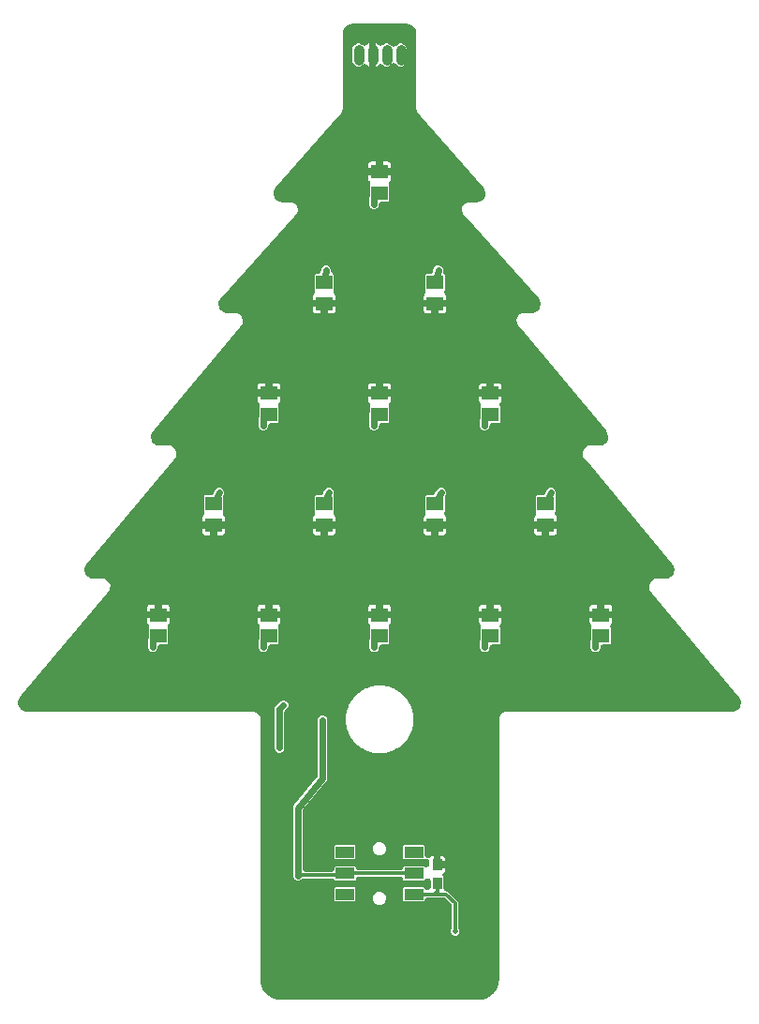
<source format=gbl>
G04 EAGLE Gerber RS-274X export*
G75*
%MOMM*%
%FSLAX34Y34*%
%LPD*%
%INBottom Copper*%
%IPPOS*%
%AMOC8*
5,1,8,0,0,1.08239X$1,22.5*%
G01*
%ADD10R,1.500000X1.300000*%
%ADD11C,0.889000*%
%ADD12R,1.676400X1.016000*%
%ADD13R,0.900000X1.000000*%
%ADD14C,0.502400*%
%ADD15C,0.609600*%
%ADD16C,0.304800*%

G36*
X390152Y2013D02*
X390152Y2013D01*
X390239Y2010D01*
X392578Y2194D01*
X392595Y2197D01*
X392612Y2197D01*
X392672Y2209D01*
X393065Y2273D01*
X393199Y2317D01*
X393281Y2334D01*
X397730Y3780D01*
X397856Y3832D01*
X397986Y3876D01*
X398057Y3916D01*
X398185Y3969D01*
X398530Y4185D01*
X398579Y4212D01*
X402364Y6962D01*
X402468Y7051D01*
X402578Y7133D01*
X402633Y7193D01*
X402738Y7283D01*
X403000Y7595D01*
X403038Y7636D01*
X405788Y11421D01*
X405859Y11538D01*
X405938Y11649D01*
X405972Y11724D01*
X406044Y11842D01*
X406197Y12219D01*
X406220Y12270D01*
X407666Y16719D01*
X407670Y16736D01*
X407677Y16752D01*
X407688Y16813D01*
X407780Y17199D01*
X407790Y17340D01*
X407806Y17422D01*
X407990Y19761D01*
X407989Y19913D01*
X407999Y20000D01*
X407999Y256876D01*
X409875Y260125D01*
X413124Y262001D01*
X618650Y262001D01*
X618889Y262020D01*
X618994Y262020D01*
X620106Y262147D01*
X620279Y262181D01*
X620453Y262207D01*
X620506Y262225D01*
X620590Y262242D01*
X621053Y262414D01*
X621077Y262428D01*
X621096Y262435D01*
X623096Y263409D01*
X623184Y263461D01*
X623276Y263504D01*
X623396Y263586D01*
X623521Y263660D01*
X623599Y263725D01*
X623683Y263783D01*
X623752Y263853D01*
X623899Y263976D01*
X624090Y264197D01*
X624161Y264269D01*
X625533Y266020D01*
X625589Y266105D01*
X625653Y266184D01*
X625725Y266311D01*
X625805Y266432D01*
X625846Y266525D01*
X625897Y266613D01*
X625928Y266708D01*
X626006Y266882D01*
X626081Y267164D01*
X626113Y267260D01*
X626580Y269435D01*
X626594Y269536D01*
X626616Y269635D01*
X626626Y269780D01*
X626645Y269924D01*
X626641Y270026D01*
X626648Y270128D01*
X626635Y270226D01*
X626629Y270417D01*
X626573Y270704D01*
X626560Y270804D01*
X626027Y272964D01*
X625972Y273131D01*
X625924Y273300D01*
X625898Y273350D01*
X625871Y273432D01*
X625641Y273868D01*
X625624Y273891D01*
X625615Y273908D01*
X625000Y274844D01*
X624853Y275033D01*
X624795Y275121D01*
X624402Y275592D01*
X546636Y368912D01*
X546635Y368912D01*
X545297Y370518D01*
X545204Y370630D01*
X543993Y372083D01*
X543471Y376124D01*
X545200Y379814D01*
X548638Y382001D01*
X558650Y382001D01*
X558889Y382020D01*
X558994Y382020D01*
X560106Y382147D01*
X560279Y382181D01*
X560453Y382207D01*
X560506Y382225D01*
X560590Y382242D01*
X561053Y382414D01*
X561077Y382428D01*
X561096Y382435D01*
X563096Y383409D01*
X563184Y383461D01*
X563276Y383504D01*
X563396Y383586D01*
X563521Y383660D01*
X563599Y383725D01*
X563683Y383783D01*
X563752Y383853D01*
X563899Y383976D01*
X564090Y384197D01*
X564161Y384269D01*
X565533Y386020D01*
X565589Y386105D01*
X565653Y386184D01*
X565725Y386311D01*
X565805Y386432D01*
X565846Y386525D01*
X565897Y386613D01*
X565928Y386708D01*
X566006Y386882D01*
X566081Y387164D01*
X566113Y387260D01*
X566580Y389435D01*
X566594Y389536D01*
X566616Y389635D01*
X566626Y389780D01*
X566645Y389924D01*
X566641Y390026D01*
X566648Y390128D01*
X566635Y390226D01*
X566629Y390417D01*
X566573Y390704D01*
X566560Y390804D01*
X566027Y392964D01*
X565972Y393131D01*
X565924Y393300D01*
X565898Y393350D01*
X565871Y393432D01*
X565641Y393868D01*
X565624Y393891D01*
X565615Y393908D01*
X565000Y394844D01*
X564853Y395033D01*
X564795Y395121D01*
X564087Y395970D01*
X564087Y395971D01*
X486636Y488912D01*
X486635Y488912D01*
X485297Y490518D01*
X485128Y490721D01*
X483993Y492083D01*
X483471Y496124D01*
X485200Y499814D01*
X488638Y502001D01*
X498650Y502001D01*
X498889Y502020D01*
X498994Y502020D01*
X500106Y502147D01*
X500279Y502181D01*
X500453Y502207D01*
X500506Y502225D01*
X500590Y502242D01*
X501053Y502414D01*
X501077Y502428D01*
X501096Y502435D01*
X503096Y503409D01*
X503184Y503461D01*
X503276Y503504D01*
X503396Y503586D01*
X503521Y503660D01*
X503599Y503725D01*
X503683Y503783D01*
X503752Y503853D01*
X503899Y503976D01*
X504090Y504197D01*
X504161Y504269D01*
X505533Y506020D01*
X505582Y506095D01*
X505609Y506128D01*
X505612Y506134D01*
X505653Y506184D01*
X505725Y506311D01*
X505805Y506432D01*
X505846Y506525D01*
X505897Y506613D01*
X505928Y506708D01*
X506006Y506882D01*
X506081Y507164D01*
X506113Y507260D01*
X506580Y509435D01*
X506594Y509536D01*
X506616Y509635D01*
X506626Y509780D01*
X506645Y509924D01*
X506641Y510026D01*
X506648Y510128D01*
X506635Y510226D01*
X506629Y510417D01*
X506573Y510704D01*
X506560Y510804D01*
X506027Y512964D01*
X505972Y513131D01*
X505924Y513300D01*
X505898Y513350D01*
X505871Y513432D01*
X505641Y513868D01*
X505624Y513891D01*
X505615Y513908D01*
X505000Y514844D01*
X504853Y515033D01*
X504795Y515121D01*
X504461Y515521D01*
X426636Y608912D01*
X426635Y608912D01*
X425297Y610518D01*
X425213Y610619D01*
X423993Y612083D01*
X423471Y616124D01*
X424961Y619305D01*
X425200Y619814D01*
X428638Y622001D01*
X437546Y622001D01*
X437791Y622021D01*
X437897Y622021D01*
X439027Y622152D01*
X439209Y622188D01*
X439391Y622216D01*
X439438Y622233D01*
X439511Y622248D01*
X439973Y622421D01*
X440007Y622440D01*
X440032Y622449D01*
X442057Y623455D01*
X442154Y623513D01*
X442256Y623563D01*
X442366Y623640D01*
X442480Y623709D01*
X442567Y623782D01*
X442659Y623848D01*
X442724Y623916D01*
X442856Y624028D01*
X443065Y624274D01*
X443130Y624342D01*
X444497Y626143D01*
X444558Y626238D01*
X444627Y626328D01*
X444691Y626446D01*
X444763Y626559D01*
X444807Y626663D01*
X444861Y626763D01*
X444889Y626853D01*
X444958Y627012D01*
X445036Y627325D01*
X445063Y627414D01*
X445487Y629635D01*
X445499Y629748D01*
X445521Y629859D01*
X445526Y629993D01*
X445540Y630126D01*
X445534Y630239D01*
X445538Y630352D01*
X445523Y630445D01*
X445513Y630618D01*
X445444Y630933D01*
X445429Y631026D01*
X444821Y633204D01*
X444758Y633377D01*
X444701Y633553D01*
X444677Y633596D01*
X444651Y633667D01*
X444408Y634096D01*
X444384Y634126D01*
X444371Y634149D01*
X443712Y635077D01*
X443554Y635265D01*
X443492Y635351D01*
X377422Y708763D01*
X376023Y710317D01*
X374925Y711537D01*
X374042Y714700D01*
X374658Y717925D01*
X376644Y720541D01*
X379585Y722001D01*
X387840Y722001D01*
X388084Y722020D01*
X388189Y722021D01*
X389315Y722150D01*
X389494Y722186D01*
X389674Y722214D01*
X389722Y722231D01*
X389799Y722246D01*
X390261Y722419D01*
X390292Y722437D01*
X390316Y722446D01*
X392335Y723443D01*
X392429Y723500D01*
X392529Y723547D01*
X392640Y723626D01*
X392758Y723696D01*
X392842Y723768D01*
X392932Y723831D01*
X392999Y723900D01*
X393135Y724015D01*
X393338Y724253D01*
X393405Y724323D01*
X394774Y726111D01*
X394834Y726204D01*
X394901Y726291D01*
X394967Y726411D01*
X395041Y726526D01*
X395085Y726627D01*
X395138Y726724D01*
X395167Y726815D01*
X395238Y726978D01*
X395315Y727282D01*
X395344Y727374D01*
X395779Y729583D01*
X395792Y729693D01*
X395814Y729801D01*
X395819Y729938D01*
X395835Y730074D01*
X395830Y730184D01*
X395834Y730294D01*
X395820Y730389D01*
X395811Y730566D01*
X395745Y730873D01*
X395731Y730968D01*
X395143Y733142D01*
X395081Y733314D01*
X395026Y733488D01*
X395002Y733533D01*
X394976Y733606D01*
X394736Y734038D01*
X394714Y734066D01*
X394702Y734088D01*
X394054Y735018D01*
X393899Y735206D01*
X393838Y735292D01*
X337385Y799273D01*
X336001Y800841D01*
X334550Y802485D01*
X332999Y806588D01*
X332999Y875000D01*
X332983Y875198D01*
X332985Y875299D01*
X332889Y876265D01*
X332870Y876370D01*
X332861Y876477D01*
X332834Y876570D01*
X332801Y876750D01*
X332699Y877038D01*
X332672Y877132D01*
X331933Y878917D01*
X331928Y878926D01*
X331925Y878935D01*
X331815Y879148D01*
X331708Y879356D01*
X331702Y879364D01*
X331697Y879373D01*
X331672Y879404D01*
X331415Y879753D01*
X331321Y879845D01*
X331272Y879906D01*
X329906Y881272D01*
X329899Y881278D01*
X329892Y881286D01*
X329710Y881439D01*
X329530Y881592D01*
X329522Y881597D01*
X329514Y881603D01*
X329479Y881622D01*
X329107Y881846D01*
X328986Y881895D01*
X328917Y881933D01*
X327132Y882672D01*
X327030Y882705D01*
X326932Y882747D01*
X326837Y882767D01*
X326663Y882823D01*
X326361Y882869D01*
X326265Y882889D01*
X325299Y882985D01*
X325100Y882988D01*
X325000Y882999D01*
X275000Y882999D01*
X274802Y882983D01*
X274701Y882985D01*
X273735Y882889D01*
X273630Y882870D01*
X273523Y882861D01*
X273430Y882834D01*
X273250Y882801D01*
X272962Y882699D01*
X272868Y882672D01*
X271083Y881933D01*
X271074Y881928D01*
X271065Y881925D01*
X270852Y881815D01*
X270644Y881708D01*
X270636Y881702D01*
X270627Y881697D01*
X270596Y881672D01*
X270247Y881415D01*
X270155Y881321D01*
X270094Y881272D01*
X268728Y879906D01*
X268722Y879899D01*
X268714Y879892D01*
X268561Y879710D01*
X268408Y879530D01*
X268403Y879522D01*
X268397Y879514D01*
X268378Y879479D01*
X268154Y879107D01*
X268105Y878986D01*
X268067Y878917D01*
X267328Y877132D01*
X267295Y877030D01*
X267253Y876932D01*
X267233Y876837D01*
X267177Y876663D01*
X267131Y876361D01*
X267111Y876265D01*
X267015Y875299D01*
X267012Y875100D01*
X267001Y875000D01*
X267001Y806588D01*
X265450Y802485D01*
X263999Y800841D01*
X262615Y799273D01*
X206162Y735292D01*
X206015Y735097D01*
X205946Y735018D01*
X205298Y734088D01*
X205206Y733930D01*
X205108Y733776D01*
X205089Y733729D01*
X205050Y733661D01*
X204874Y733200D01*
X204867Y733165D01*
X204857Y733142D01*
X204269Y730968D01*
X204249Y730860D01*
X204219Y730754D01*
X204204Y730618D01*
X204179Y730483D01*
X204177Y730373D01*
X204165Y730263D01*
X204173Y730168D01*
X204169Y729990D01*
X204213Y729680D01*
X204221Y729583D01*
X204656Y727374D01*
X204686Y727268D01*
X204707Y727159D01*
X204753Y727031D01*
X204791Y726899D01*
X204837Y726799D01*
X204875Y726696D01*
X204924Y726614D01*
X205000Y726452D01*
X205177Y726193D01*
X205226Y726111D01*
X206595Y724323D01*
X206669Y724241D01*
X206735Y724153D01*
X206834Y724058D01*
X206926Y723957D01*
X207012Y723888D01*
X207092Y723811D01*
X207172Y723760D01*
X207311Y723649D01*
X207585Y723495D01*
X207665Y723443D01*
X209684Y722446D01*
X209854Y722378D01*
X210021Y722304D01*
X210071Y722292D01*
X210143Y722264D01*
X210625Y722158D01*
X210661Y722156D01*
X210685Y722150D01*
X211811Y722021D01*
X212055Y722013D01*
X212160Y722001D01*
X220415Y722001D01*
X223356Y720541D01*
X225342Y717925D01*
X225958Y714700D01*
X225075Y711537D01*
X223977Y710317D01*
X222578Y708763D01*
X156508Y635351D01*
X156359Y635156D01*
X156288Y635077D01*
X155629Y634149D01*
X155535Y633990D01*
X155434Y633836D01*
X155416Y633790D01*
X155377Y633725D01*
X155197Y633266D01*
X155189Y633229D01*
X155179Y633204D01*
X154571Y631026D01*
X154549Y630914D01*
X154518Y630805D01*
X154502Y630672D01*
X154477Y630541D01*
X154474Y630428D01*
X154461Y630315D01*
X154468Y630221D01*
X154463Y630048D01*
X154506Y629729D01*
X154513Y629635D01*
X154937Y627414D01*
X154967Y627305D01*
X154987Y627193D01*
X155033Y627067D01*
X155068Y626938D01*
X155116Y626835D01*
X155154Y626729D01*
X155202Y626648D01*
X155275Y626490D01*
X155455Y626223D01*
X155503Y626143D01*
X156870Y624342D01*
X156946Y624257D01*
X157014Y624166D01*
X157110Y624074D01*
X157199Y623974D01*
X157288Y623903D01*
X157369Y623824D01*
X157449Y623773D01*
X157584Y623665D01*
X157864Y623505D01*
X157943Y623455D01*
X159968Y622449D01*
X160140Y622381D01*
X160308Y622305D01*
X160357Y622294D01*
X160426Y622266D01*
X160908Y622160D01*
X160947Y622158D01*
X160973Y622152D01*
X162103Y622021D01*
X162349Y622013D01*
X162454Y622001D01*
X171362Y622001D01*
X174800Y619814D01*
X176529Y616124D01*
X176007Y612083D01*
X175386Y611338D01*
X174703Y610519D01*
X174703Y610518D01*
X173364Y608912D01*
X96544Y516727D01*
X95205Y515121D01*
X95067Y514925D01*
X95000Y514844D01*
X94385Y513908D01*
X94300Y513754D01*
X94209Y513604D01*
X94189Y513551D01*
X94148Y513476D01*
X93984Y513010D01*
X93979Y512983D01*
X93973Y512964D01*
X93440Y510804D01*
X93424Y510704D01*
X93398Y510605D01*
X93385Y510460D01*
X93361Y510317D01*
X93362Y510215D01*
X93352Y510114D01*
X93362Y510015D01*
X93362Y509824D01*
X93410Y509536D01*
X93420Y509435D01*
X93887Y507260D01*
X93916Y507162D01*
X93936Y507063D01*
X93987Y506927D01*
X94029Y506788D01*
X94074Y506696D01*
X94109Y506601D01*
X94161Y506516D01*
X94245Y506344D01*
X94414Y506107D01*
X94467Y506020D01*
X95839Y504269D01*
X95908Y504194D01*
X95970Y504113D01*
X96075Y504014D01*
X96174Y503907D01*
X96254Y503844D01*
X96328Y503774D01*
X96412Y503721D01*
X96563Y503603D01*
X96818Y503463D01*
X96904Y503409D01*
X98904Y502435D01*
X99068Y502371D01*
X99229Y502299D01*
X99283Y502287D01*
X99364Y502255D01*
X99846Y502153D01*
X99874Y502151D01*
X99894Y502147D01*
X101006Y502020D01*
X101246Y502013D01*
X101350Y502001D01*
X111362Y502001D01*
X114800Y499814D01*
X116529Y496124D01*
X116007Y492083D01*
X115139Y491042D01*
X114703Y490518D01*
X113365Y488912D01*
X113364Y488912D01*
X35205Y395121D01*
X35067Y394925D01*
X35000Y394844D01*
X34385Y393908D01*
X34300Y393754D01*
X34209Y393604D01*
X34189Y393551D01*
X34148Y393475D01*
X33984Y393010D01*
X33979Y392982D01*
X33973Y392964D01*
X33440Y390804D01*
X33424Y390704D01*
X33398Y390605D01*
X33385Y390460D01*
X33361Y390317D01*
X33362Y390215D01*
X33352Y390114D01*
X33362Y390015D01*
X33362Y389824D01*
X33410Y389536D01*
X33420Y389435D01*
X33887Y387260D01*
X33916Y387162D01*
X33936Y387063D01*
X33987Y386927D01*
X34029Y386788D01*
X34074Y386696D01*
X34109Y386601D01*
X34161Y386516D01*
X34245Y386344D01*
X34414Y386107D01*
X34467Y386020D01*
X35839Y384269D01*
X35908Y384194D01*
X35970Y384113D01*
X36075Y384014D01*
X36174Y383907D01*
X36254Y383844D01*
X36328Y383774D01*
X36412Y383721D01*
X36563Y383603D01*
X36818Y383463D01*
X36904Y383409D01*
X38904Y382435D01*
X39068Y382371D01*
X39229Y382299D01*
X39283Y382287D01*
X39364Y382255D01*
X39846Y382153D01*
X39874Y382151D01*
X39894Y382147D01*
X41006Y382020D01*
X41246Y382013D01*
X41350Y382001D01*
X51362Y382001D01*
X54800Y379814D01*
X56529Y376124D01*
X56007Y372083D01*
X55358Y371305D01*
X54703Y370518D01*
X53364Y368912D01*
X-23456Y276727D01*
X-24795Y275121D01*
X-24886Y274992D01*
X-24942Y274922D01*
X-24957Y274896D01*
X-25000Y274844D01*
X-25615Y273908D01*
X-25700Y273754D01*
X-25791Y273604D01*
X-25811Y273551D01*
X-25852Y273476D01*
X-26016Y273010D01*
X-26021Y272983D01*
X-26027Y272964D01*
X-26560Y270804D01*
X-26576Y270704D01*
X-26602Y270605D01*
X-26615Y270460D01*
X-26639Y270317D01*
X-26638Y270215D01*
X-26648Y270114D01*
X-26638Y270015D01*
X-26638Y269824D01*
X-26590Y269536D01*
X-26580Y269435D01*
X-26113Y267260D01*
X-26084Y267162D01*
X-26064Y267063D01*
X-26013Y266927D01*
X-25971Y266788D01*
X-25926Y266696D01*
X-25891Y266601D01*
X-25839Y266516D01*
X-25755Y266344D01*
X-25586Y266107D01*
X-25533Y266020D01*
X-24161Y264269D01*
X-24092Y264194D01*
X-24030Y264113D01*
X-23925Y264014D01*
X-23826Y263907D01*
X-23746Y263844D01*
X-23672Y263774D01*
X-23588Y263721D01*
X-23437Y263603D01*
X-23182Y263463D01*
X-23096Y263409D01*
X-21096Y262435D01*
X-21072Y262426D01*
X-21050Y262413D01*
X-20908Y262360D01*
X-20771Y262299D01*
X-20716Y262287D01*
X-20636Y262255D01*
X-20611Y262250D01*
X-20587Y262241D01*
X-20368Y262198D01*
X-20154Y262153D01*
X-20128Y262151D01*
X-20115Y262149D01*
X-20106Y262147D01*
X-18994Y262020D01*
X-18755Y262013D01*
X-18650Y262001D01*
X186876Y262001D01*
X190125Y260125D01*
X192001Y256876D01*
X192001Y20000D01*
X192013Y19848D01*
X192010Y19761D01*
X192194Y17422D01*
X192197Y17405D01*
X192197Y17388D01*
X192209Y17328D01*
X192273Y16935D01*
X192317Y16801D01*
X192334Y16719D01*
X193780Y12270D01*
X193832Y12144D01*
X193876Y12014D01*
X193916Y11943D01*
X193969Y11815D01*
X194185Y11470D01*
X194212Y11421D01*
X196962Y7636D01*
X197051Y7532D01*
X197133Y7422D01*
X197193Y7367D01*
X197283Y7262D01*
X197595Y7000D01*
X197636Y6962D01*
X201421Y4212D01*
X201538Y4141D01*
X201649Y4062D01*
X201724Y4028D01*
X201842Y3956D01*
X202219Y3803D01*
X202270Y3780D01*
X206719Y2334D01*
X206736Y2330D01*
X206752Y2323D01*
X206813Y2312D01*
X207199Y2220D01*
X207340Y2210D01*
X207422Y2194D01*
X209761Y2010D01*
X209913Y2011D01*
X210000Y2001D01*
X390000Y2001D01*
X390152Y2013D01*
G37*
%LPC*%
G36*
X367548Y59717D02*
X367548Y59717D01*
X366157Y60293D01*
X365093Y61357D01*
X364517Y62748D01*
X364517Y64252D01*
X365273Y66078D01*
X365276Y66087D01*
X365281Y66096D01*
X365352Y66323D01*
X365425Y66547D01*
X365426Y66557D01*
X365429Y66566D01*
X365433Y66606D01*
X365498Y67035D01*
X365496Y67166D01*
X365505Y67244D01*
X365505Y86480D01*
X365496Y86594D01*
X365497Y86708D01*
X365476Y86840D01*
X365465Y86972D01*
X365438Y87083D01*
X365420Y87196D01*
X365379Y87322D01*
X365347Y87451D01*
X365302Y87556D01*
X365266Y87664D01*
X365204Y87782D01*
X365152Y87904D01*
X365091Y88000D01*
X365038Y88102D01*
X364979Y88175D01*
X364887Y88320D01*
X364671Y88562D01*
X364613Y88635D01*
X360085Y93163D01*
X359998Y93237D01*
X359918Y93318D01*
X359810Y93396D01*
X359709Y93482D01*
X359611Y93541D01*
X359519Y93608D01*
X359400Y93668D01*
X359286Y93737D01*
X359180Y93779D01*
X359078Y93831D01*
X358952Y93871D01*
X358828Y93920D01*
X358717Y93945D01*
X358608Y93979D01*
X358514Y93989D01*
X358347Y94027D01*
X358022Y94045D01*
X357930Y94055D01*
X343590Y94055D01*
X343514Y94049D01*
X343438Y94051D01*
X343269Y94029D01*
X343098Y94015D01*
X343024Y93997D01*
X342949Y93987D01*
X342785Y93938D01*
X342619Y93897D01*
X342550Y93867D01*
X342476Y93845D01*
X342323Y93769D01*
X342166Y93702D01*
X342102Y93661D01*
X342033Y93628D01*
X341894Y93529D01*
X341750Y93437D01*
X341693Y93386D01*
X341631Y93342D01*
X341510Y93222D01*
X341382Y93108D01*
X341334Y93049D01*
X341280Y92995D01*
X341179Y92857D01*
X341072Y92724D01*
X341035Y92658D01*
X340990Y92597D01*
X340913Y92444D01*
X340828Y92296D01*
X340802Y92224D01*
X340767Y92156D01*
X340716Y91993D01*
X340657Y91833D01*
X340642Y91758D01*
X340619Y91686D01*
X340607Y91581D01*
X340562Y91349D01*
X340559Y91260D01*
X339798Y90499D01*
X321982Y90499D01*
X321237Y91244D01*
X321237Y102456D01*
X321982Y103201D01*
X339798Y103201D01*
X341027Y101972D01*
X341056Y101947D01*
X341082Y101919D01*
X341244Y101788D01*
X341403Y101652D01*
X341436Y101633D01*
X341466Y101609D01*
X341647Y101506D01*
X341826Y101398D01*
X341861Y101384D01*
X341894Y101365D01*
X342090Y101292D01*
X342284Y101215D01*
X342321Y101206D01*
X342357Y101193D01*
X342562Y101153D01*
X342766Y101108D01*
X342804Y101106D01*
X342841Y101098D01*
X343049Y101092D01*
X343258Y101080D01*
X343296Y101084D01*
X343334Y101083D01*
X343541Y101110D01*
X343749Y101132D01*
X343785Y101142D01*
X343823Y101147D01*
X344024Y101208D01*
X344224Y101263D01*
X344259Y101279D01*
X344296Y101290D01*
X344483Y101382D01*
X344673Y101469D01*
X344704Y101490D01*
X344739Y101507D01*
X344909Y101627D01*
X345082Y101744D01*
X345110Y101770D01*
X345141Y101792D01*
X345289Y101939D01*
X345442Y102082D01*
X345465Y102112D01*
X345492Y102139D01*
X345615Y102307D01*
X345742Y102473D01*
X345760Y102507D01*
X345782Y102538D01*
X345876Y102724D01*
X345975Y102908D01*
X345988Y102944D01*
X346005Y102978D01*
X346067Y103177D01*
X346135Y103375D01*
X346141Y103412D01*
X346153Y103449D01*
X346163Y103541D01*
X346218Y103861D01*
X346219Y104033D01*
X346229Y104127D01*
X346229Y108623D01*
X346226Y108661D01*
X346228Y108700D01*
X346206Y108907D01*
X346189Y109115D01*
X346180Y109152D01*
X346176Y109190D01*
X346121Y109391D01*
X346071Y109594D01*
X346056Y109629D01*
X346045Y109666D01*
X345958Y109856D01*
X345876Y110047D01*
X345856Y110080D01*
X345840Y110114D01*
X345723Y110287D01*
X345611Y110463D01*
X345586Y110492D01*
X345564Y110524D01*
X345421Y110676D01*
X345282Y110831D01*
X345253Y110855D01*
X345227Y110883D01*
X345061Y111010D01*
X344898Y111141D01*
X344865Y111160D01*
X344835Y111183D01*
X344651Y111282D01*
X344470Y111385D01*
X344434Y111399D01*
X344400Y111417D01*
X344203Y111484D01*
X344007Y111557D01*
X343970Y111564D01*
X343934Y111577D01*
X343727Y111612D01*
X343523Y111652D01*
X343485Y111653D01*
X343447Y111659D01*
X343238Y111660D01*
X343030Y111667D01*
X342992Y111662D01*
X342954Y111662D01*
X342747Y111630D01*
X342541Y111603D01*
X342504Y111592D01*
X342467Y111586D01*
X342268Y111520D01*
X342069Y111460D01*
X342034Y111443D01*
X341998Y111431D01*
X341813Y111335D01*
X341625Y111243D01*
X341594Y111221D01*
X341560Y111203D01*
X341488Y111145D01*
X341223Y110958D01*
X341101Y110837D01*
X341027Y110778D01*
X339798Y109549D01*
X321982Y109549D01*
X321220Y110311D01*
X321211Y110379D01*
X321197Y110550D01*
X321179Y110624D01*
X321169Y110699D01*
X321120Y110863D01*
X321079Y111029D01*
X321049Y111098D01*
X321027Y111172D01*
X320951Y111325D01*
X320884Y111482D01*
X320843Y111546D01*
X320810Y111615D01*
X320711Y111754D01*
X320619Y111898D01*
X320568Y111955D01*
X320524Y112017D01*
X320404Y112138D01*
X320290Y112266D01*
X320231Y112314D01*
X320177Y112368D01*
X320039Y112469D01*
X319906Y112576D01*
X319840Y112613D01*
X319779Y112658D01*
X319626Y112735D01*
X319478Y112820D01*
X319406Y112846D01*
X319338Y112881D01*
X319175Y112932D01*
X319015Y112991D01*
X318940Y113006D01*
X318868Y113029D01*
X318763Y113041D01*
X318531Y113086D01*
X318295Y113093D01*
X318190Y113105D01*
X281360Y113105D01*
X281284Y113099D01*
X281208Y113101D01*
X281039Y113079D01*
X280868Y113065D01*
X280794Y113047D01*
X280719Y113037D01*
X280555Y112988D01*
X280389Y112947D01*
X280320Y112917D01*
X280246Y112895D01*
X280093Y112819D01*
X279936Y112752D01*
X279872Y112711D01*
X279803Y112678D01*
X279664Y112579D01*
X279520Y112487D01*
X279463Y112436D01*
X279401Y112392D01*
X279280Y112272D01*
X279152Y112158D01*
X279104Y112099D01*
X279050Y112045D01*
X278949Y111907D01*
X278842Y111774D01*
X278805Y111708D01*
X278760Y111647D01*
X278683Y111494D01*
X278598Y111346D01*
X278572Y111274D01*
X278537Y111206D01*
X278486Y111043D01*
X278427Y110883D01*
X278412Y110808D01*
X278389Y110736D01*
X278377Y110631D01*
X278332Y110399D01*
X278329Y110310D01*
X277568Y109549D01*
X259752Y109549D01*
X258688Y110613D01*
X258601Y110687D01*
X258521Y110768D01*
X258414Y110846D01*
X258312Y110932D01*
X258214Y110991D01*
X258122Y111058D01*
X258004Y111118D01*
X257890Y111187D01*
X257783Y111229D01*
X257682Y111281D01*
X257555Y111321D01*
X257432Y111370D01*
X257320Y111395D01*
X257211Y111429D01*
X257118Y111439D01*
X256950Y111477D01*
X256626Y111495D01*
X256533Y111505D01*
X231525Y111505D01*
X231411Y111496D01*
X231297Y111497D01*
X231166Y111476D01*
X231033Y111465D01*
X230923Y111438D01*
X230810Y111420D01*
X230683Y111379D01*
X230555Y111347D01*
X230450Y111302D01*
X230341Y111266D01*
X230223Y111204D01*
X230101Y111152D01*
X230005Y111091D01*
X229904Y111038D01*
X229830Y110979D01*
X229685Y110887D01*
X229443Y110671D01*
X229370Y110613D01*
X228746Y109989D01*
X227159Y109331D01*
X225441Y109331D01*
X223854Y109989D01*
X222639Y111204D01*
X221981Y112791D01*
X221981Y174720D01*
X221966Y174909D01*
X221968Y175008D01*
X221914Y175575D01*
X221916Y175591D01*
X221953Y175762D01*
X221959Y175875D01*
X222176Y176399D01*
X222235Y176580D01*
X222274Y176671D01*
X222441Y177215D01*
X222449Y177229D01*
X222549Y177372D01*
X222598Y177475D01*
X222999Y177876D01*
X223123Y178021D01*
X223194Y178089D01*
X243433Y202579D01*
X243557Y202756D01*
X243684Y202931D01*
X243698Y202958D01*
X243715Y202983D01*
X243809Y203178D01*
X243907Y203372D01*
X243916Y203401D01*
X243929Y203428D01*
X243990Y203635D01*
X244055Y203842D01*
X244058Y203867D01*
X244068Y203901D01*
X244129Y204391D01*
X244126Y204469D01*
X244131Y204520D01*
X244131Y255049D01*
X244789Y256636D01*
X246004Y257851D01*
X247591Y258509D01*
X249309Y258509D01*
X250896Y257851D01*
X252111Y256636D01*
X252769Y255049D01*
X252769Y202219D01*
X252784Y202030D01*
X252782Y201931D01*
X252836Y201364D01*
X252834Y201348D01*
X252797Y201177D01*
X252791Y201064D01*
X252574Y200540D01*
X252515Y200359D01*
X252476Y200268D01*
X252309Y199724D01*
X252301Y199710D01*
X252201Y199567D01*
X252152Y199464D01*
X251751Y199063D01*
X251627Y198918D01*
X251556Y198850D01*
X231317Y174360D01*
X231193Y174183D01*
X231066Y174008D01*
X231052Y173981D01*
X231035Y173956D01*
X230941Y173760D01*
X230843Y173567D01*
X230834Y173538D01*
X230821Y173511D01*
X230760Y173304D01*
X230695Y173097D01*
X230692Y173072D01*
X230682Y173038D01*
X230621Y172548D01*
X230624Y172470D01*
X230619Y172419D01*
X230619Y120142D01*
X230625Y120066D01*
X230623Y119990D01*
X230645Y119821D01*
X230659Y119650D01*
X230677Y119576D01*
X230687Y119501D01*
X230736Y119337D01*
X230777Y119171D01*
X230807Y119102D01*
X230829Y119028D01*
X230905Y118875D01*
X230972Y118718D01*
X231013Y118654D01*
X231046Y118585D01*
X231145Y118446D01*
X231237Y118302D01*
X231288Y118245D01*
X231332Y118183D01*
X231452Y118062D01*
X231566Y117934D01*
X231625Y117886D01*
X231679Y117832D01*
X231817Y117731D01*
X231950Y117624D01*
X232016Y117587D01*
X232077Y117542D01*
X232230Y117465D01*
X232378Y117380D01*
X232450Y117354D01*
X232518Y117319D01*
X232681Y117268D01*
X232841Y117209D01*
X232916Y117194D01*
X232988Y117171D01*
X233093Y117159D01*
X233325Y117114D01*
X233561Y117107D01*
X233666Y117095D01*
X255960Y117095D01*
X256036Y117101D01*
X256112Y117099D01*
X256281Y117121D01*
X256452Y117135D01*
X256526Y117153D01*
X256601Y117163D01*
X256765Y117212D01*
X256931Y117253D01*
X257000Y117283D01*
X257074Y117305D01*
X257227Y117381D01*
X257384Y117448D01*
X257448Y117489D01*
X257517Y117522D01*
X257656Y117621D01*
X257800Y117713D01*
X257857Y117764D01*
X257919Y117808D01*
X258040Y117928D01*
X258168Y118042D01*
X258216Y118101D01*
X258270Y118155D01*
X258371Y118293D01*
X258478Y118426D01*
X258515Y118492D01*
X258560Y118553D01*
X258637Y118706D01*
X258722Y118854D01*
X258748Y118926D01*
X258783Y118994D01*
X258834Y119157D01*
X258893Y119317D01*
X258908Y119392D01*
X258931Y119464D01*
X258943Y119569D01*
X258988Y119801D01*
X258995Y120037D01*
X259007Y120142D01*
X259007Y121506D01*
X259752Y122251D01*
X277568Y122251D01*
X278330Y121489D01*
X278339Y121421D01*
X278353Y121250D01*
X278371Y121176D01*
X278381Y121101D01*
X278430Y120937D01*
X278471Y120771D01*
X278501Y120702D01*
X278523Y120628D01*
X278599Y120475D01*
X278666Y120318D01*
X278707Y120254D01*
X278740Y120185D01*
X278839Y120046D01*
X278931Y119902D01*
X278982Y119845D01*
X279026Y119783D01*
X279146Y119662D01*
X279260Y119534D01*
X279319Y119486D01*
X279373Y119432D01*
X279511Y119331D01*
X279644Y119224D01*
X279710Y119187D01*
X279771Y119142D01*
X279924Y119065D01*
X280072Y118980D01*
X280144Y118954D01*
X280212Y118919D01*
X280375Y118868D01*
X280535Y118809D01*
X280610Y118794D01*
X280682Y118771D01*
X280787Y118759D01*
X281019Y118714D01*
X281255Y118707D01*
X281360Y118695D01*
X318190Y118695D01*
X318266Y118701D01*
X318342Y118699D01*
X318511Y118721D01*
X318682Y118735D01*
X318756Y118753D01*
X318831Y118763D01*
X318995Y118812D01*
X319161Y118853D01*
X319230Y118883D01*
X319304Y118905D01*
X319457Y118981D01*
X319614Y119048D01*
X319678Y119089D01*
X319747Y119122D01*
X319886Y119221D01*
X320030Y119313D01*
X320087Y119364D01*
X320149Y119408D01*
X320270Y119528D01*
X320398Y119642D01*
X320446Y119701D01*
X320500Y119755D01*
X320601Y119893D01*
X320708Y120026D01*
X320745Y120092D01*
X320790Y120153D01*
X320867Y120306D01*
X320952Y120454D01*
X320978Y120526D01*
X321013Y120594D01*
X321064Y120757D01*
X321123Y120917D01*
X321138Y120992D01*
X321161Y121064D01*
X321173Y121169D01*
X321218Y121401D01*
X321221Y121490D01*
X321982Y122251D01*
X339801Y122251D01*
X339812Y122239D01*
X339974Y122108D01*
X340133Y121972D01*
X340166Y121953D01*
X340196Y121929D01*
X340377Y121826D01*
X340556Y121718D01*
X340591Y121704D01*
X340624Y121685D01*
X340820Y121612D01*
X341014Y121535D01*
X341051Y121526D01*
X341087Y121513D01*
X341291Y121473D01*
X341495Y121428D01*
X341534Y121426D01*
X341571Y121418D01*
X341779Y121412D01*
X341988Y121400D01*
X342026Y121404D01*
X342064Y121403D01*
X342270Y121430D01*
X342479Y121452D01*
X342515Y121463D01*
X342553Y121467D01*
X342753Y121528D01*
X342954Y121583D01*
X342989Y121599D01*
X343026Y121610D01*
X343213Y121702D01*
X343403Y121789D01*
X343434Y121810D01*
X343469Y121827D01*
X343638Y121947D01*
X343812Y122064D01*
X343840Y122090D01*
X343871Y122112D01*
X344019Y122259D01*
X344172Y122402D01*
X344195Y122432D01*
X344222Y122459D01*
X344345Y122628D01*
X344472Y122793D01*
X344490Y122827D01*
X344512Y122858D01*
X344606Y123044D01*
X344705Y123228D01*
X344717Y123264D01*
X344735Y123298D01*
X344797Y123498D01*
X344865Y123695D01*
X344871Y123732D01*
X344883Y123769D01*
X344893Y123861D01*
X344948Y124181D01*
X344949Y124353D01*
X344959Y124447D01*
X344959Y126403D01*
X344956Y126441D01*
X344958Y126480D01*
X344936Y126688D01*
X344919Y126895D01*
X344910Y126932D01*
X344906Y126970D01*
X344851Y127171D01*
X344801Y127374D01*
X344786Y127409D01*
X344775Y127446D01*
X344688Y127636D01*
X344606Y127827D01*
X344586Y127860D01*
X344570Y127894D01*
X344453Y128068D01*
X344341Y128243D01*
X344316Y128272D01*
X344294Y128304D01*
X344151Y128456D01*
X344012Y128611D01*
X343983Y128635D01*
X343956Y128663D01*
X343791Y128790D01*
X343628Y128921D01*
X343595Y128940D01*
X343565Y128963D01*
X343381Y129062D01*
X343200Y129165D01*
X343164Y129179D01*
X343130Y129197D01*
X342933Y129264D01*
X342737Y129337D01*
X342700Y129344D01*
X342664Y129357D01*
X342458Y129392D01*
X342253Y129432D01*
X342215Y129433D01*
X342177Y129439D01*
X341968Y129440D01*
X341760Y129447D01*
X341722Y129442D01*
X341684Y129442D01*
X341477Y129410D01*
X341271Y129383D01*
X341234Y129372D01*
X341197Y129366D01*
X340999Y129300D01*
X340799Y129240D01*
X340764Y129223D01*
X340728Y129211D01*
X340543Y129115D01*
X340355Y129023D01*
X340324Y129001D01*
X340290Y128983D01*
X340217Y128925D01*
X339953Y128738D01*
X339831Y128617D01*
X339809Y128599D01*
X321982Y128599D01*
X321237Y129344D01*
X321237Y140556D01*
X321982Y141301D01*
X339798Y141301D01*
X340543Y140556D01*
X340543Y132843D01*
X340546Y132805D01*
X340544Y132766D01*
X340566Y132558D01*
X340583Y132351D01*
X340592Y132314D01*
X340596Y132276D01*
X340651Y132074D01*
X340701Y131872D01*
X340716Y131837D01*
X340727Y131800D01*
X340814Y131610D01*
X340896Y131419D01*
X340916Y131386D01*
X340932Y131352D01*
X341049Y131178D01*
X341161Y131003D01*
X341186Y130974D01*
X341208Y130942D01*
X341351Y130790D01*
X341490Y130635D01*
X341519Y130611D01*
X341546Y130583D01*
X341711Y130456D01*
X341874Y130325D01*
X341907Y130306D01*
X341937Y130283D01*
X342121Y130184D01*
X342302Y130081D01*
X342338Y130067D01*
X342372Y130049D01*
X342569Y129982D01*
X342765Y129909D01*
X342802Y129902D01*
X342838Y129889D01*
X343044Y129855D01*
X343249Y129814D01*
X343287Y129813D01*
X343325Y129807D01*
X343534Y129806D01*
X343742Y129799D01*
X343780Y129804D01*
X343818Y129804D01*
X344024Y129836D01*
X344231Y129864D01*
X344268Y129875D01*
X344305Y129881D01*
X344504Y129946D01*
X344703Y130006D01*
X344738Y130023D01*
X344774Y130035D01*
X344960Y130131D01*
X345147Y130223D01*
X345178Y130245D01*
X345212Y130263D01*
X345284Y130321D01*
X345549Y130508D01*
X345671Y130629D01*
X345745Y130688D01*
X345940Y130883D01*
X346519Y131218D01*
X347165Y131391D01*
X348953Y131391D01*
X348953Y123850D01*
X348958Y123785D01*
X348956Y123739D01*
X348957Y123731D01*
X348956Y123698D01*
X348979Y123529D01*
X348993Y123359D01*
X349011Y123285D01*
X349021Y123209D01*
X349070Y123045D01*
X349111Y122880D01*
X349141Y122810D01*
X349163Y122737D01*
X349238Y122583D01*
X349306Y122426D01*
X349347Y122362D01*
X349380Y122294D01*
X349479Y122154D01*
X349571Y122010D01*
X349622Y121954D01*
X349666Y121891D01*
X349786Y121770D01*
X349900Y121642D01*
X349959Y121594D01*
X350012Y121540D01*
X350013Y121540D01*
X350151Y121439D01*
X350284Y121332D01*
X350350Y121294D01*
X350412Y121249D01*
X350564Y121173D01*
X350713Y121088D01*
X350784Y121061D01*
X350852Y121027D01*
X351015Y120976D01*
X351175Y120916D01*
X351250Y120902D01*
X351323Y120879D01*
X351427Y120867D01*
X351659Y120822D01*
X351895Y120814D01*
X352000Y120803D01*
X359041Y120803D01*
X359041Y118515D01*
X358868Y117869D01*
X358533Y117290D01*
X357850Y116607D01*
X357801Y116549D01*
X357745Y116496D01*
X357641Y116361D01*
X357530Y116231D01*
X357491Y116165D01*
X357445Y116105D01*
X357364Y115955D01*
X357276Y115808D01*
X357247Y115737D01*
X357211Y115670D01*
X357156Y115509D01*
X357093Y115350D01*
X357076Y115276D01*
X357051Y115204D01*
X357023Y115035D01*
X356986Y114869D01*
X356982Y114792D01*
X356969Y114717D01*
X356968Y114546D01*
X356958Y114376D01*
X356966Y114300D01*
X356966Y114224D01*
X356992Y114055D01*
X357010Y113885D01*
X357031Y113812D01*
X357042Y113737D01*
X357096Y113574D01*
X357141Y113410D01*
X357173Y113341D01*
X357197Y113268D01*
X357276Y113116D01*
X357347Y112961D01*
X357389Y112898D01*
X357425Y112830D01*
X357490Y112748D01*
X357622Y112552D01*
X357771Y112394D01*
X357771Y102692D01*
X357777Y102616D01*
X357775Y102540D01*
X357797Y102371D01*
X357811Y102200D01*
X357829Y102126D01*
X357839Y102051D01*
X357888Y101887D01*
X357929Y101721D01*
X357959Y101652D01*
X357981Y101578D01*
X358057Y101425D01*
X358124Y101268D01*
X358165Y101204D01*
X358198Y101135D01*
X358297Y100996D01*
X358389Y100852D01*
X358440Y100795D01*
X358484Y100733D01*
X358604Y100612D01*
X358718Y100484D01*
X358777Y100436D01*
X358831Y100382D01*
X358969Y100281D01*
X359102Y100174D01*
X359168Y100137D01*
X359229Y100092D01*
X359382Y100015D01*
X359530Y99930D01*
X359602Y99904D01*
X359670Y99869D01*
X359833Y99818D01*
X359993Y99759D01*
X360068Y99744D01*
X360140Y99721D01*
X360245Y99709D01*
X360477Y99664D01*
X360713Y99657D01*
X360818Y99645D01*
X361508Y99645D01*
X371095Y90058D01*
X371095Y67244D01*
X371096Y67234D01*
X371095Y67224D01*
X371115Y66989D01*
X371135Y66752D01*
X371137Y66743D01*
X371138Y66733D01*
X371149Y66695D01*
X371253Y66273D01*
X371305Y66153D01*
X371327Y66078D01*
X372083Y64252D01*
X372083Y62748D01*
X371507Y61357D01*
X370443Y60293D01*
X369052Y59717D01*
X367548Y59717D01*
G37*
%LPD*%
%LPC*%
G36*
X300217Y224347D02*
X300217Y224347D01*
X299866Y224344D01*
X299783Y224347D01*
X299422Y224321D01*
X299402Y224329D01*
X299326Y224343D01*
X299203Y224382D01*
X298768Y224447D01*
X298732Y224453D01*
X296908Y224584D01*
X296764Y224582D01*
X296621Y224591D01*
X296518Y224580D01*
X296415Y224579D01*
X296273Y224555D01*
X296218Y224549D01*
X295853Y224628D01*
X295504Y224675D01*
X295422Y224690D01*
X295062Y224716D01*
X295044Y224726D01*
X294970Y224751D01*
X294854Y224807D01*
X294432Y224933D01*
X294398Y224945D01*
X292611Y225333D01*
X292468Y225353D01*
X292328Y225381D01*
X292225Y225385D01*
X292122Y225399D01*
X291978Y225395D01*
X291923Y225397D01*
X291573Y225528D01*
X291235Y225623D01*
X291155Y225650D01*
X290802Y225727D01*
X290786Y225740D01*
X290716Y225775D01*
X290609Y225847D01*
X290210Y226031D01*
X290177Y226048D01*
X288464Y226687D01*
X288326Y226726D01*
X288191Y226774D01*
X288089Y226793D01*
X287989Y226821D01*
X287847Y226838D01*
X287792Y226848D01*
X287464Y227027D01*
X287142Y227170D01*
X287069Y227207D01*
X286730Y227334D01*
X286715Y227349D01*
X286652Y227393D01*
X286556Y227480D01*
X286187Y227720D01*
X286157Y227741D01*
X284552Y228617D01*
X284421Y228675D01*
X284294Y228742D01*
X284196Y228775D01*
X284101Y228818D01*
X283962Y228854D01*
X283910Y228872D01*
X283611Y229096D01*
X283313Y229283D01*
X283245Y229331D01*
X282927Y229504D01*
X282915Y229521D01*
X282859Y229574D01*
X282776Y229674D01*
X282445Y229963D01*
X282418Y229988D01*
X280955Y231084D01*
X280833Y231160D01*
X280717Y231245D01*
X280625Y231292D01*
X280537Y231347D01*
X280405Y231402D01*
X280355Y231428D01*
X280091Y231692D01*
X279823Y231919D01*
X279762Y231976D01*
X279473Y232193D01*
X279463Y232212D01*
X279415Y232272D01*
X279347Y232383D01*
X279060Y232716D01*
X279038Y232745D01*
X277745Y234038D01*
X277636Y234131D01*
X277533Y234231D01*
X277448Y234290D01*
X277369Y234357D01*
X277246Y234431D01*
X277200Y234463D01*
X276976Y234762D01*
X276743Y235026D01*
X276692Y235091D01*
X276436Y235347D01*
X276429Y235366D01*
X276390Y235433D01*
X276339Y235552D01*
X276103Y235922D01*
X276084Y235955D01*
X274988Y237418D01*
X274893Y237526D01*
X274806Y237640D01*
X274730Y237711D01*
X274661Y237788D01*
X274550Y237879D01*
X274510Y237917D01*
X274331Y238245D01*
X274138Y238539D01*
X274096Y238611D01*
X273879Y238900D01*
X273875Y238921D01*
X273845Y238993D01*
X273812Y239118D01*
X273631Y239518D01*
X273617Y239552D01*
X272741Y241157D01*
X272712Y241200D01*
X272691Y241243D01*
X272641Y241313D01*
X272591Y241402D01*
X272527Y241483D01*
X272470Y241569D01*
X272425Y241618D01*
X272406Y241645D01*
X272358Y241694D01*
X272338Y241719D01*
X272207Y242069D01*
X272058Y242387D01*
X272027Y242464D01*
X271853Y242782D01*
X271852Y242802D01*
X271833Y242878D01*
X271818Y243006D01*
X271696Y243428D01*
X271687Y243464D01*
X271048Y245177D01*
X270987Y245307D01*
X270935Y245441D01*
X270883Y245530D01*
X270839Y245624D01*
X270758Y245742D01*
X270729Y245790D01*
X270650Y246155D01*
X270548Y246492D01*
X270528Y246573D01*
X270401Y246912D01*
X270403Y246932D01*
X270395Y247010D01*
X270398Y247139D01*
X270337Y247575D01*
X270333Y247611D01*
X269945Y249398D01*
X269903Y249535D01*
X269871Y249675D01*
X269831Y249771D01*
X269801Y249870D01*
X269738Y249998D01*
X269717Y250050D01*
X269690Y250422D01*
X269637Y250770D01*
X269628Y250853D01*
X269551Y251206D01*
X269556Y251227D01*
X269559Y251304D01*
X269581Y251432D01*
X269582Y251871D01*
X269584Y251908D01*
X269453Y253732D01*
X269432Y253874D01*
X269419Y254017D01*
X269394Y254117D01*
X269378Y254220D01*
X269334Y254356D01*
X269320Y254410D01*
X269347Y254783D01*
X269345Y255044D01*
X269346Y255075D01*
X269344Y255085D01*
X269344Y255135D01*
X269347Y255217D01*
X269321Y255578D01*
X269329Y255597D01*
X269343Y255674D01*
X269382Y255797D01*
X269447Y256231D01*
X269453Y256268D01*
X269584Y258092D01*
X269582Y258236D01*
X269591Y258379D01*
X269580Y258482D01*
X269579Y258585D01*
X269555Y258727D01*
X269549Y258782D01*
X269628Y259147D01*
X269675Y259496D01*
X269690Y259578D01*
X269716Y259938D01*
X269726Y259956D01*
X269751Y260030D01*
X269807Y260146D01*
X269933Y260568D01*
X269945Y260602D01*
X270333Y262389D01*
X270353Y262532D01*
X270381Y262673D01*
X270385Y262776D01*
X270399Y262878D01*
X270395Y263022D01*
X270397Y263077D01*
X270528Y263427D01*
X270623Y263765D01*
X270650Y263845D01*
X270727Y264198D01*
X270740Y264214D01*
X270775Y264284D01*
X270847Y264391D01*
X271031Y264790D01*
X271048Y264823D01*
X271687Y266536D01*
X271726Y266674D01*
X271775Y266810D01*
X271793Y266911D01*
X271821Y267011D01*
X271838Y267153D01*
X271848Y267208D01*
X272027Y267536D01*
X272170Y267857D01*
X272207Y267931D01*
X272334Y268270D01*
X272349Y268285D01*
X272393Y268348D01*
X272480Y268444D01*
X272720Y268813D01*
X272741Y268843D01*
X273617Y270448D01*
X273675Y270579D01*
X273742Y270706D01*
X273775Y270804D01*
X273818Y270899D01*
X273854Y271038D01*
X273872Y271090D01*
X274096Y271389D01*
X274130Y271443D01*
X274167Y271490D01*
X274245Y271627D01*
X274283Y271687D01*
X274331Y271755D01*
X274504Y272073D01*
X274521Y272085D01*
X274574Y272141D01*
X274674Y272224D01*
X274963Y272555D01*
X274988Y272582D01*
X276084Y274045D01*
X276160Y274167D01*
X276245Y274283D01*
X276292Y274375D01*
X276347Y274463D01*
X276402Y274595D01*
X276428Y274645D01*
X276692Y274909D01*
X276919Y275177D01*
X276976Y275238D01*
X277193Y275527D01*
X277212Y275537D01*
X277272Y275585D01*
X277383Y275653D01*
X277717Y275940D01*
X277745Y275962D01*
X279038Y277255D01*
X279131Y277365D01*
X279231Y277467D01*
X279290Y277552D01*
X279357Y277631D01*
X279432Y277754D01*
X279463Y277800D01*
X279762Y278024D01*
X280026Y278256D01*
X280091Y278308D01*
X280347Y278564D01*
X280366Y278571D01*
X280433Y278610D01*
X280552Y278661D01*
X280922Y278897D01*
X280955Y278916D01*
X282418Y280012D01*
X282526Y280107D01*
X282640Y280194D01*
X282711Y280270D01*
X282788Y280339D01*
X282879Y280450D01*
X282917Y280490D01*
X283245Y280669D01*
X283539Y280862D01*
X283611Y280904D01*
X283900Y281121D01*
X283921Y281125D01*
X283993Y281155D01*
X284118Y281188D01*
X284517Y281369D01*
X284552Y281383D01*
X286157Y282259D01*
X286277Y282338D01*
X286402Y282409D01*
X286483Y282473D01*
X286569Y282530D01*
X286675Y282627D01*
X286719Y282662D01*
X287069Y282793D01*
X287387Y282942D01*
X287464Y282973D01*
X287782Y283147D01*
X287802Y283148D01*
X287878Y283167D01*
X288006Y283182D01*
X288428Y283304D01*
X288464Y283313D01*
X290177Y283952D01*
X290307Y284013D01*
X290441Y284065D01*
X290530Y284117D01*
X290624Y284161D01*
X290743Y284242D01*
X290790Y284271D01*
X291155Y284350D01*
X291492Y284452D01*
X291573Y284472D01*
X291912Y284599D01*
X291932Y284597D01*
X292010Y284605D01*
X292139Y284602D01*
X292575Y284663D01*
X292611Y284667D01*
X294398Y285055D01*
X294535Y285097D01*
X294675Y285129D01*
X294771Y285169D01*
X294870Y285199D01*
X294999Y285262D01*
X295050Y285283D01*
X295422Y285310D01*
X295770Y285363D01*
X295853Y285372D01*
X296206Y285449D01*
X296226Y285444D01*
X296304Y285441D01*
X296432Y285419D01*
X296871Y285418D01*
X296908Y285416D01*
X298732Y285547D01*
X298874Y285568D01*
X299017Y285581D01*
X299117Y285606D01*
X299220Y285622D01*
X299356Y285666D01*
X299410Y285680D01*
X299783Y285653D01*
X300135Y285656D01*
X300217Y285653D01*
X300578Y285679D01*
X300597Y285671D01*
X300674Y285657D01*
X300797Y285618D01*
X301231Y285553D01*
X301268Y285547D01*
X303092Y285416D01*
X303236Y285418D01*
X303379Y285409D01*
X303482Y285420D01*
X303585Y285421D01*
X303727Y285445D01*
X303782Y285451D01*
X304147Y285372D01*
X304496Y285325D01*
X304578Y285310D01*
X304938Y285284D01*
X304956Y285274D01*
X305030Y285249D01*
X305146Y285193D01*
X305568Y285067D01*
X305602Y285055D01*
X307389Y284667D01*
X307532Y284647D01*
X307672Y284619D01*
X307776Y284615D01*
X307878Y284601D01*
X308022Y284605D01*
X308077Y284603D01*
X308427Y284472D01*
X308765Y284377D01*
X308845Y284350D01*
X309198Y284273D01*
X309214Y284260D01*
X309284Y284225D01*
X309391Y284153D01*
X309790Y283969D01*
X309823Y283952D01*
X311536Y283313D01*
X311674Y283274D01*
X311809Y283226D01*
X311911Y283207D01*
X312011Y283179D01*
X312153Y283162D01*
X312208Y283152D01*
X312536Y282973D01*
X312857Y282830D01*
X312931Y282793D01*
X313270Y282666D01*
X313285Y282651D01*
X313348Y282607D01*
X313444Y282520D01*
X313813Y282280D01*
X313843Y282259D01*
X315448Y281383D01*
X315579Y281325D01*
X315706Y281258D01*
X315804Y281225D01*
X315899Y281182D01*
X316038Y281146D01*
X316090Y281128D01*
X316389Y280904D01*
X316687Y280717D01*
X316755Y280669D01*
X317073Y280496D01*
X317085Y280479D01*
X317141Y280426D01*
X317224Y280326D01*
X317555Y280037D01*
X317582Y280012D01*
X319045Y278916D01*
X319167Y278840D01*
X319283Y278755D01*
X319375Y278708D01*
X319463Y278653D01*
X319595Y278598D01*
X319645Y278572D01*
X319909Y278308D01*
X320177Y278081D01*
X320238Y278024D01*
X320527Y277807D01*
X320537Y277788D01*
X320585Y277728D01*
X320653Y277617D01*
X320940Y277284D01*
X320962Y277255D01*
X322255Y275962D01*
X322364Y275869D01*
X322467Y275769D01*
X322552Y275710D01*
X322631Y275643D01*
X322754Y275569D01*
X322800Y275537D01*
X323024Y275238D01*
X323257Y274974D01*
X323308Y274909D01*
X323564Y274653D01*
X323571Y274634D01*
X323610Y274567D01*
X323661Y274448D01*
X323897Y274078D01*
X323916Y274045D01*
X325012Y272582D01*
X325107Y272474D01*
X325194Y272360D01*
X325270Y272289D01*
X325339Y272212D01*
X325450Y272121D01*
X325490Y272083D01*
X325669Y271755D01*
X325709Y271694D01*
X325731Y271649D01*
X325830Y271510D01*
X325862Y271461D01*
X325904Y271389D01*
X326121Y271100D01*
X326125Y271079D01*
X326155Y271007D01*
X326188Y270882D01*
X326369Y270483D01*
X326383Y270448D01*
X327259Y268843D01*
X327338Y268723D01*
X327409Y268598D01*
X327473Y268517D01*
X327530Y268431D01*
X327627Y268325D01*
X327662Y268281D01*
X327793Y267931D01*
X327942Y267613D01*
X327973Y267536D01*
X328147Y267218D01*
X328148Y267198D01*
X328167Y267122D01*
X328182Y266994D01*
X328304Y266572D01*
X328313Y266536D01*
X328952Y264823D01*
X329013Y264693D01*
X329065Y264559D01*
X329117Y264470D01*
X329161Y264376D01*
X329242Y264257D01*
X329271Y264210D01*
X329350Y263845D01*
X329452Y263508D01*
X329472Y263427D01*
X329599Y263088D01*
X329597Y263068D01*
X329605Y262990D01*
X329602Y262861D01*
X329663Y262426D01*
X329667Y262389D01*
X330055Y260602D01*
X330097Y260465D01*
X330129Y260325D01*
X330169Y260229D01*
X330199Y260130D01*
X330262Y260002D01*
X330283Y259950D01*
X330310Y259578D01*
X330363Y259230D01*
X330372Y259147D01*
X330449Y258794D01*
X330444Y258773D01*
X330441Y258696D01*
X330419Y258568D01*
X330418Y258129D01*
X330416Y258092D01*
X330547Y256268D01*
X330568Y256126D01*
X330581Y255983D01*
X330606Y255883D01*
X330622Y255780D01*
X330666Y255644D01*
X330680Y255590D01*
X330653Y255217D01*
X330656Y254866D01*
X330653Y254783D01*
X330679Y254422D01*
X330671Y254403D01*
X330657Y254326D01*
X330618Y254203D01*
X330553Y253769D01*
X330547Y253732D01*
X330416Y251908D01*
X330418Y251764D01*
X330409Y251621D01*
X330420Y251518D01*
X330421Y251415D01*
X330445Y251273D01*
X330451Y251218D01*
X330372Y250853D01*
X330325Y250504D01*
X330310Y250422D01*
X330284Y250062D01*
X330274Y250044D01*
X330249Y249970D01*
X330193Y249854D01*
X330067Y249432D01*
X330055Y249398D01*
X329667Y247611D01*
X329647Y247468D01*
X329619Y247328D01*
X329615Y247225D01*
X329601Y247122D01*
X329605Y246978D01*
X329603Y246923D01*
X329472Y246573D01*
X329377Y246235D01*
X329350Y246155D01*
X329273Y245802D01*
X329260Y245786D01*
X329225Y245716D01*
X329153Y245609D01*
X328969Y245210D01*
X328952Y245177D01*
X328313Y243464D01*
X328274Y243326D01*
X328226Y243191D01*
X328207Y243089D01*
X328179Y242989D01*
X328162Y242847D01*
X328152Y242792D01*
X327973Y242464D01*
X327830Y242142D01*
X327793Y242069D01*
X327666Y241730D01*
X327651Y241715D01*
X327606Y241652D01*
X327520Y241556D01*
X327461Y241465D01*
X327410Y241403D01*
X327340Y241278D01*
X327281Y241187D01*
X327259Y241157D01*
X326383Y239552D01*
X326325Y239421D01*
X326258Y239294D01*
X326225Y239196D01*
X326182Y239101D01*
X326146Y238962D01*
X326128Y238910D01*
X325904Y238611D01*
X325717Y238313D01*
X325669Y238245D01*
X325496Y237927D01*
X325479Y237915D01*
X325426Y237859D01*
X325326Y237776D01*
X325037Y237445D01*
X325012Y237418D01*
X323916Y235955D01*
X323840Y235833D01*
X323755Y235717D01*
X323708Y235625D01*
X323653Y235537D01*
X323598Y235405D01*
X323572Y235355D01*
X323308Y235091D01*
X323081Y234823D01*
X323024Y234762D01*
X322807Y234473D01*
X322788Y234463D01*
X322728Y234415D01*
X322617Y234347D01*
X322284Y234060D01*
X322255Y234038D01*
X320962Y232745D01*
X320869Y232636D01*
X320769Y232533D01*
X320710Y232448D01*
X320643Y232369D01*
X320569Y232246D01*
X320537Y232200D01*
X320238Y231976D01*
X319974Y231743D01*
X319909Y231692D01*
X319653Y231436D01*
X319634Y231429D01*
X319567Y231390D01*
X319448Y231339D01*
X319078Y231103D01*
X319045Y231084D01*
X317582Y229988D01*
X317474Y229893D01*
X317360Y229806D01*
X317289Y229730D01*
X317212Y229661D01*
X317121Y229550D01*
X317083Y229510D01*
X316755Y229331D01*
X316461Y229138D01*
X316389Y229096D01*
X316100Y228879D01*
X316079Y228875D01*
X316007Y228845D01*
X315882Y228812D01*
X315482Y228631D01*
X315448Y228617D01*
X313843Y227741D01*
X313723Y227662D01*
X313598Y227591D01*
X313517Y227527D01*
X313431Y227470D01*
X313325Y227373D01*
X313281Y227338D01*
X312931Y227207D01*
X312613Y227058D01*
X312536Y227027D01*
X312218Y226853D01*
X312198Y226852D01*
X312122Y226833D01*
X311994Y226818D01*
X311572Y226696D01*
X311536Y226687D01*
X309823Y226048D01*
X309693Y225987D01*
X309559Y225935D01*
X309470Y225883D01*
X309376Y225839D01*
X309258Y225758D01*
X309210Y225729D01*
X308845Y225650D01*
X308508Y225548D01*
X308427Y225528D01*
X308088Y225401D01*
X308068Y225403D01*
X307990Y225395D01*
X307861Y225398D01*
X307426Y225337D01*
X307389Y225333D01*
X305602Y224945D01*
X305465Y224903D01*
X305325Y224871D01*
X305229Y224831D01*
X305130Y224801D01*
X305002Y224738D01*
X304950Y224717D01*
X304578Y224690D01*
X304230Y224637D01*
X304147Y224628D01*
X303794Y224551D01*
X303774Y224556D01*
X303696Y224559D01*
X303568Y224581D01*
X303130Y224582D01*
X303092Y224584D01*
X301268Y224453D01*
X301126Y224432D01*
X300983Y224419D01*
X300883Y224394D01*
X300780Y224378D01*
X300644Y224334D01*
X300590Y224320D01*
X300217Y224347D01*
G37*
%LPD*%
%LPC*%
G36*
X296697Y855000D02*
X296697Y855000D01*
X296697Y865744D01*
X296959Y865636D01*
X298103Y864871D01*
X298743Y864231D01*
X298801Y864182D01*
X298854Y864126D01*
X298989Y864022D01*
X299119Y863912D01*
X299185Y863872D01*
X299245Y863826D01*
X299395Y863745D01*
X299542Y863657D01*
X299613Y863629D01*
X299680Y863593D01*
X299841Y863537D01*
X300000Y863474D01*
X300074Y863457D01*
X300146Y863433D01*
X300314Y863404D01*
X300481Y863367D01*
X300558Y863363D01*
X300633Y863350D01*
X300803Y863349D01*
X300974Y863339D01*
X301050Y863348D01*
X301126Y863347D01*
X301294Y863374D01*
X301465Y863392D01*
X301538Y863412D01*
X301614Y863424D01*
X301776Y863477D01*
X301940Y863522D01*
X302009Y863554D01*
X302082Y863578D01*
X302234Y863657D01*
X302389Y863728D01*
X302452Y863771D01*
X302520Y863806D01*
X302602Y863871D01*
X302798Y864003D01*
X302971Y864165D01*
X303053Y864231D01*
X303112Y864291D01*
X305213Y865161D01*
X307487Y865161D01*
X309588Y864291D01*
X310545Y863333D01*
X310603Y863284D01*
X310655Y863228D01*
X310791Y863124D01*
X310921Y863014D01*
X310986Y862974D01*
X311047Y862928D01*
X311197Y862847D01*
X311344Y862759D01*
X311414Y862731D01*
X311482Y862695D01*
X311643Y862639D01*
X311802Y862576D01*
X311876Y862559D01*
X311948Y862535D01*
X312117Y862506D01*
X312283Y862469D01*
X312360Y862465D01*
X312435Y862452D01*
X312605Y862451D01*
X312776Y862441D01*
X312852Y862449D01*
X312928Y862449D01*
X313097Y862475D01*
X313267Y862494D01*
X313340Y862514D01*
X313415Y862526D01*
X313578Y862579D01*
X313742Y862624D01*
X313811Y862656D01*
X313884Y862680D01*
X314036Y862759D01*
X314191Y862830D01*
X314254Y862872D01*
X314322Y862908D01*
X314404Y862973D01*
X314600Y863105D01*
X314772Y863267D01*
X314855Y863333D01*
X315812Y864291D01*
X317913Y865161D01*
X320187Y865161D01*
X322288Y864291D01*
X323896Y862683D01*
X324766Y860582D01*
X324766Y849418D01*
X323896Y847317D01*
X322288Y845709D01*
X320187Y844839D01*
X317913Y844839D01*
X315812Y845709D01*
X314855Y846667D01*
X314797Y846716D01*
X314744Y846772D01*
X314609Y846876D01*
X314479Y846986D01*
X314413Y847026D01*
X314353Y847072D01*
X314203Y847153D01*
X314056Y847241D01*
X313985Y847269D01*
X313918Y847305D01*
X313757Y847361D01*
X313598Y847424D01*
X313524Y847441D01*
X313452Y847465D01*
X313283Y847494D01*
X313116Y847531D01*
X313040Y847535D01*
X312965Y847548D01*
X312794Y847549D01*
X312624Y847559D01*
X312548Y847551D01*
X312472Y847551D01*
X312303Y847524D01*
X312133Y847506D01*
X312060Y847486D01*
X311985Y847474D01*
X311822Y847421D01*
X311658Y847376D01*
X311588Y847344D01*
X311516Y847320D01*
X311365Y847241D01*
X311209Y847170D01*
X311146Y847127D01*
X311078Y847092D01*
X310996Y847027D01*
X310800Y846895D01*
X310628Y846733D01*
X310545Y846667D01*
X309588Y845709D01*
X307487Y844839D01*
X305213Y844839D01*
X303112Y845709D01*
X303053Y845769D01*
X302995Y845818D01*
X302943Y845874D01*
X302807Y845978D01*
X302677Y846088D01*
X302612Y846128D01*
X302551Y846174D01*
X302400Y846255D01*
X302254Y846343D01*
X302184Y846371D01*
X302116Y846407D01*
X301954Y846463D01*
X301796Y846526D01*
X301722Y846543D01*
X301650Y846567D01*
X301481Y846596D01*
X301315Y846633D01*
X301239Y846637D01*
X301163Y846650D01*
X300992Y846651D01*
X300822Y846661D01*
X300746Y846653D01*
X300670Y846653D01*
X300501Y846626D01*
X300332Y846608D01*
X300258Y846588D01*
X300183Y846576D01*
X300020Y846523D01*
X299856Y846478D01*
X299786Y846446D01*
X299714Y846422D01*
X299563Y846343D01*
X299407Y846272D01*
X299344Y846230D01*
X299276Y846194D01*
X299194Y846128D01*
X298998Y845997D01*
X298826Y845835D01*
X298743Y845769D01*
X298103Y845129D01*
X296959Y844364D01*
X296697Y844256D01*
X296697Y855000D01*
G37*
%LPD*%
%LPC*%
G36*
X249903Y633737D02*
X249903Y633737D01*
X249798Y633749D01*
X239959Y633749D01*
X239959Y637335D01*
X240132Y637981D01*
X240467Y638560D01*
X240650Y638743D01*
X240699Y638801D01*
X240755Y638854D01*
X240859Y638989D01*
X240970Y639119D01*
X241009Y639185D01*
X241055Y639245D01*
X241136Y639395D01*
X241224Y639542D01*
X241253Y639613D01*
X241289Y639680D01*
X241344Y639842D01*
X241407Y640000D01*
X241424Y640074D01*
X241449Y640147D01*
X241477Y640315D01*
X241514Y640482D01*
X241518Y640558D01*
X241531Y640633D01*
X241532Y640803D01*
X241542Y640974D01*
X241534Y641050D01*
X241534Y641126D01*
X241508Y641295D01*
X241490Y641465D01*
X241469Y641538D01*
X241457Y641614D01*
X241404Y641776D01*
X241359Y641940D01*
X241327Y642010D01*
X241303Y642082D01*
X241229Y642224D01*
X241229Y656526D01*
X241974Y657271D01*
X244017Y657271D01*
X244137Y657280D01*
X244257Y657280D01*
X244383Y657300D01*
X244509Y657311D01*
X244626Y657340D01*
X244744Y657359D01*
X244865Y657399D01*
X244988Y657429D01*
X245098Y657477D01*
X245212Y657515D01*
X245325Y657574D01*
X245441Y657624D01*
X245543Y657689D01*
X245649Y657744D01*
X245750Y657821D01*
X245857Y657889D01*
X245947Y657969D01*
X246043Y658041D01*
X246130Y658133D01*
X246225Y658218D01*
X246301Y658311D01*
X246384Y658398D01*
X246455Y658503D01*
X246535Y658602D01*
X246594Y658706D01*
X246662Y658805D01*
X246716Y658920D01*
X246779Y659030D01*
X246821Y659143D01*
X246872Y659252D01*
X246894Y659340D01*
X246951Y659493D01*
X247016Y659829D01*
X247038Y659913D01*
X247294Y661825D01*
X248156Y663311D01*
X249521Y664354D01*
X251182Y664795D01*
X252885Y664566D01*
X254371Y663704D01*
X255414Y662339D01*
X255856Y660674D01*
X255853Y660659D01*
X255846Y660445D01*
X255835Y660230D01*
X255838Y660198D01*
X255837Y660166D01*
X255866Y659952D01*
X255889Y659740D01*
X255898Y659709D01*
X255902Y659677D01*
X255964Y659471D01*
X256021Y659264D01*
X256035Y659235D01*
X256044Y659204D01*
X256139Y659011D01*
X256229Y658817D01*
X256247Y658790D01*
X256261Y658761D01*
X256385Y658587D01*
X256506Y658409D01*
X256528Y658385D01*
X256547Y658359D01*
X256697Y658207D01*
X256845Y658050D01*
X256871Y658031D01*
X256893Y658008D01*
X257067Y657882D01*
X257238Y657752D01*
X257266Y657737D01*
X257292Y657718D01*
X257484Y657621D01*
X257673Y657520D01*
X257704Y657510D01*
X257733Y657495D01*
X257834Y657463D01*
X258771Y656526D01*
X258771Y642242D01*
X258748Y642184D01*
X258711Y642116D01*
X258656Y641955D01*
X258593Y641796D01*
X258576Y641722D01*
X258551Y641650D01*
X258523Y641481D01*
X258486Y641315D01*
X258482Y641239D01*
X258469Y641163D01*
X258468Y640992D01*
X258458Y640822D01*
X258466Y640746D01*
X258466Y640670D01*
X258492Y640501D01*
X258510Y640332D01*
X258531Y640258D01*
X258542Y640183D01*
X258596Y640020D01*
X258641Y639856D01*
X258673Y639787D01*
X258697Y639714D01*
X258776Y639563D01*
X258847Y639407D01*
X258889Y639344D01*
X258925Y639277D01*
X258990Y639194D01*
X259122Y638998D01*
X259284Y638826D01*
X259350Y638743D01*
X259533Y638560D01*
X259868Y637981D01*
X260041Y637335D01*
X260041Y633749D01*
X250202Y633749D01*
X250126Y633743D01*
X250050Y633745D01*
X249973Y633735D01*
X249903Y633737D01*
G37*
%LPD*%
%LPC*%
G36*
X294141Y515681D02*
X294141Y515681D01*
X292554Y516339D01*
X291339Y517554D01*
X290681Y519141D01*
X290681Y530859D01*
X290997Y531622D01*
X291000Y531631D01*
X291005Y531640D01*
X291076Y531866D01*
X291149Y532092D01*
X291150Y532101D01*
X291153Y532110D01*
X291157Y532151D01*
X291222Y532579D01*
X291220Y532710D01*
X291229Y532788D01*
X291229Y537758D01*
X291252Y537816D01*
X291289Y537884D01*
X291344Y538045D01*
X291407Y538204D01*
X291424Y538278D01*
X291449Y538350D01*
X291477Y538519D01*
X291514Y538685D01*
X291518Y538761D01*
X291531Y538837D01*
X291532Y539008D01*
X291542Y539178D01*
X291534Y539254D01*
X291534Y539330D01*
X291508Y539499D01*
X291490Y539668D01*
X291469Y539742D01*
X291458Y539817D01*
X291404Y539980D01*
X291359Y540144D01*
X291327Y540213D01*
X291303Y540286D01*
X291224Y540437D01*
X291153Y540593D01*
X291111Y540656D01*
X291075Y540723D01*
X291010Y540806D01*
X290878Y541002D01*
X290716Y541174D01*
X290650Y541257D01*
X290467Y541440D01*
X290132Y542019D01*
X289959Y542665D01*
X289959Y546251D01*
X299798Y546251D01*
X299874Y546257D01*
X299950Y546255D01*
X300027Y546265D01*
X300097Y546263D01*
X300202Y546251D01*
X310041Y546251D01*
X310041Y542665D01*
X309868Y542019D01*
X309533Y541440D01*
X309350Y541257D01*
X309301Y541199D01*
X309245Y541146D01*
X309141Y541011D01*
X309030Y540881D01*
X308991Y540815D01*
X308945Y540755D01*
X308864Y540605D01*
X308776Y540458D01*
X308747Y540387D01*
X308711Y540320D01*
X308656Y540158D01*
X308593Y540000D01*
X308576Y539926D01*
X308551Y539853D01*
X308523Y539685D01*
X308486Y539518D01*
X308482Y539442D01*
X308469Y539367D01*
X308468Y539197D01*
X308458Y539026D01*
X308466Y538950D01*
X308466Y538874D01*
X308492Y538705D01*
X308510Y538535D01*
X308531Y538462D01*
X308543Y538386D01*
X308596Y538224D01*
X308641Y538060D01*
X308673Y537990D01*
X308697Y537918D01*
X308771Y537776D01*
X308771Y523474D01*
X308026Y522729D01*
X302366Y522729D01*
X302290Y522723D01*
X302214Y522725D01*
X302045Y522703D01*
X301874Y522689D01*
X301800Y522671D01*
X301725Y522661D01*
X301561Y522612D01*
X301395Y522571D01*
X301326Y522541D01*
X301252Y522519D01*
X301099Y522443D01*
X300942Y522376D01*
X300878Y522335D01*
X300809Y522302D01*
X300670Y522203D01*
X300526Y522111D01*
X300469Y522060D01*
X300407Y522016D01*
X300286Y521896D01*
X300158Y521782D01*
X300110Y521723D01*
X300056Y521669D01*
X299955Y521531D01*
X299848Y521398D01*
X299811Y521332D01*
X299766Y521271D01*
X299689Y521118D01*
X299604Y520970D01*
X299578Y520898D01*
X299543Y520830D01*
X299492Y520667D01*
X299433Y520507D01*
X299418Y520432D01*
X299395Y520360D01*
X299383Y520255D01*
X299338Y520023D01*
X299331Y519787D01*
X299319Y519682D01*
X299319Y519141D01*
X298661Y517554D01*
X297446Y516339D01*
X295859Y515681D01*
X294141Y515681D01*
G37*
%LPD*%
%LPC*%
G36*
X349903Y633737D02*
X349903Y633737D01*
X349798Y633749D01*
X339959Y633749D01*
X339959Y637335D01*
X340132Y637981D01*
X340467Y638560D01*
X340650Y638743D01*
X340699Y638801D01*
X340755Y638854D01*
X340859Y638989D01*
X340970Y639119D01*
X341009Y639185D01*
X341055Y639245D01*
X341136Y639395D01*
X341224Y639542D01*
X341253Y639613D01*
X341289Y639680D01*
X341344Y639842D01*
X341407Y640000D01*
X341424Y640074D01*
X341449Y640147D01*
X341477Y640315D01*
X341514Y640482D01*
X341518Y640558D01*
X341531Y640633D01*
X341532Y640803D01*
X341542Y640974D01*
X341534Y641050D01*
X341534Y641126D01*
X341508Y641295D01*
X341490Y641465D01*
X341469Y641538D01*
X341457Y641614D01*
X341404Y641776D01*
X341359Y641940D01*
X341327Y642010D01*
X341303Y642082D01*
X341229Y642224D01*
X341229Y656526D01*
X341974Y657271D01*
X345386Y657271D01*
X345539Y657283D01*
X345692Y657286D01*
X345784Y657303D01*
X345878Y657311D01*
X346026Y657347D01*
X346177Y657375D01*
X346266Y657407D01*
X346357Y657429D01*
X346497Y657490D01*
X346641Y657541D01*
X346724Y657587D01*
X346810Y657624D01*
X346939Y657706D01*
X347073Y657780D01*
X347147Y657838D01*
X347226Y657889D01*
X347340Y657991D01*
X347460Y658086D01*
X347524Y658155D01*
X347594Y658218D01*
X347690Y658337D01*
X347793Y658450D01*
X347845Y658528D01*
X347904Y658602D01*
X347980Y658734D01*
X348063Y658862D01*
X348090Y658929D01*
X348148Y659030D01*
X348320Y659493D01*
X348320Y659494D01*
X349134Y662394D01*
X350196Y663745D01*
X351694Y664586D01*
X353400Y664790D01*
X355054Y664326D01*
X356405Y663264D01*
X357246Y661766D01*
X357450Y660060D01*
X357447Y660049D01*
X357440Y660013D01*
X357428Y659977D01*
X357393Y659770D01*
X357353Y659565D01*
X357352Y659528D01*
X357345Y659491D01*
X357344Y659281D01*
X357338Y659072D01*
X357343Y659035D01*
X357342Y658998D01*
X357375Y658790D01*
X357402Y658583D01*
X357413Y658547D01*
X357419Y658510D01*
X357485Y658311D01*
X357545Y658111D01*
X357561Y658077D01*
X357573Y658042D01*
X357670Y657855D01*
X357762Y657668D01*
X357784Y657637D01*
X357801Y657604D01*
X357859Y657532D01*
X358048Y657265D01*
X358168Y657144D01*
X358226Y657071D01*
X358771Y656526D01*
X358771Y642242D01*
X358748Y642184D01*
X358711Y642116D01*
X358656Y641955D01*
X358593Y641796D01*
X358576Y641722D01*
X358551Y641650D01*
X358523Y641481D01*
X358486Y641315D01*
X358482Y641239D01*
X358469Y641163D01*
X358468Y640992D01*
X358458Y640822D01*
X358466Y640746D01*
X358466Y640670D01*
X358492Y640501D01*
X358510Y640332D01*
X358531Y640258D01*
X358542Y640183D01*
X358596Y640020D01*
X358641Y639856D01*
X358673Y639787D01*
X358697Y639714D01*
X358776Y639563D01*
X358847Y639407D01*
X358889Y639344D01*
X358925Y639277D01*
X358990Y639194D01*
X359122Y638998D01*
X359284Y638826D01*
X359350Y638743D01*
X359533Y638560D01*
X359868Y637981D01*
X360041Y637335D01*
X360041Y633749D01*
X350202Y633749D01*
X350126Y633743D01*
X350050Y633745D01*
X349973Y633735D01*
X349903Y633737D01*
G37*
%LPD*%
%LPC*%
G36*
X194141Y315681D02*
X194141Y315681D01*
X192554Y316339D01*
X191339Y317554D01*
X190681Y319141D01*
X190681Y326359D01*
X190997Y327122D01*
X191000Y327131D01*
X191005Y327140D01*
X191077Y327368D01*
X191149Y327592D01*
X191150Y327601D01*
X191153Y327610D01*
X191157Y327651D01*
X191222Y328079D01*
X191220Y328210D01*
X191229Y328288D01*
X191229Y337758D01*
X191252Y337816D01*
X191289Y337884D01*
X191344Y338045D01*
X191407Y338204D01*
X191424Y338278D01*
X191449Y338350D01*
X191477Y338519D01*
X191514Y338685D01*
X191518Y338761D01*
X191531Y338837D01*
X191532Y339008D01*
X191542Y339178D01*
X191534Y339254D01*
X191534Y339330D01*
X191508Y339499D01*
X191490Y339668D01*
X191469Y339742D01*
X191458Y339817D01*
X191404Y339980D01*
X191359Y340144D01*
X191327Y340213D01*
X191303Y340286D01*
X191224Y340437D01*
X191153Y340593D01*
X191111Y340656D01*
X191075Y340723D01*
X191010Y340806D01*
X190878Y341002D01*
X190716Y341174D01*
X190650Y341257D01*
X190467Y341440D01*
X190132Y342019D01*
X189959Y342665D01*
X189959Y346251D01*
X199798Y346251D01*
X199874Y346257D01*
X199950Y346255D01*
X200027Y346265D01*
X200097Y346263D01*
X200202Y346251D01*
X210041Y346251D01*
X210041Y342665D01*
X209868Y342019D01*
X209533Y341440D01*
X209350Y341257D01*
X209301Y341199D01*
X209245Y341146D01*
X209141Y341011D01*
X209030Y340881D01*
X208991Y340815D01*
X208945Y340755D01*
X208864Y340605D01*
X208776Y340458D01*
X208747Y340387D01*
X208711Y340320D01*
X208656Y340158D01*
X208593Y340000D01*
X208576Y339926D01*
X208551Y339853D01*
X208523Y339685D01*
X208486Y339518D01*
X208482Y339442D01*
X208469Y339367D01*
X208468Y339197D01*
X208458Y339026D01*
X208466Y338950D01*
X208466Y338874D01*
X208492Y338705D01*
X208510Y338535D01*
X208531Y338462D01*
X208543Y338386D01*
X208596Y338224D01*
X208641Y338060D01*
X208673Y337990D01*
X208697Y337918D01*
X208771Y337776D01*
X208771Y323474D01*
X208026Y322729D01*
X202366Y322729D01*
X202290Y322723D01*
X202214Y322725D01*
X202045Y322703D01*
X201874Y322689D01*
X201800Y322671D01*
X201725Y322661D01*
X201561Y322612D01*
X201395Y322571D01*
X201326Y322541D01*
X201252Y322519D01*
X201099Y322443D01*
X200942Y322376D01*
X200878Y322335D01*
X200809Y322302D01*
X200670Y322203D01*
X200526Y322111D01*
X200469Y322060D01*
X200407Y322016D01*
X200286Y321896D01*
X200158Y321782D01*
X200110Y321723D01*
X200056Y321669D01*
X199955Y321531D01*
X199848Y321398D01*
X199811Y321332D01*
X199766Y321271D01*
X199689Y321118D01*
X199604Y320970D01*
X199578Y320898D01*
X199543Y320830D01*
X199492Y320667D01*
X199433Y320507D01*
X199418Y320432D01*
X199395Y320360D01*
X199383Y320255D01*
X199338Y320023D01*
X199331Y319787D01*
X199319Y319682D01*
X199319Y319141D01*
X198661Y317554D01*
X197446Y316339D01*
X195859Y315681D01*
X194141Y315681D01*
G37*
%LPD*%
%LPC*%
G36*
X394141Y315681D02*
X394141Y315681D01*
X392554Y316339D01*
X391339Y317554D01*
X390681Y319141D01*
X390681Y326359D01*
X390997Y327122D01*
X391000Y327131D01*
X391005Y327140D01*
X391077Y327368D01*
X391149Y327592D01*
X391150Y327601D01*
X391153Y327610D01*
X391157Y327651D01*
X391222Y328079D01*
X391220Y328210D01*
X391229Y328288D01*
X391229Y337758D01*
X391252Y337816D01*
X391289Y337884D01*
X391344Y338045D01*
X391407Y338204D01*
X391424Y338278D01*
X391449Y338350D01*
X391477Y338519D01*
X391514Y338685D01*
X391518Y338761D01*
X391531Y338837D01*
X391532Y339008D01*
X391542Y339178D01*
X391534Y339254D01*
X391534Y339330D01*
X391508Y339499D01*
X391490Y339668D01*
X391469Y339742D01*
X391458Y339817D01*
X391404Y339980D01*
X391359Y340144D01*
X391327Y340213D01*
X391303Y340286D01*
X391224Y340437D01*
X391153Y340593D01*
X391111Y340656D01*
X391075Y340723D01*
X391010Y340806D01*
X390878Y341002D01*
X390716Y341174D01*
X390650Y341257D01*
X390467Y341440D01*
X390132Y342019D01*
X389959Y342665D01*
X389959Y346251D01*
X399798Y346251D01*
X399874Y346257D01*
X399950Y346255D01*
X400027Y346265D01*
X400097Y346263D01*
X400202Y346251D01*
X410041Y346251D01*
X410041Y342665D01*
X409868Y342019D01*
X409533Y341440D01*
X409350Y341257D01*
X409301Y341199D01*
X409245Y341146D01*
X409141Y341011D01*
X409030Y340881D01*
X408991Y340815D01*
X408945Y340755D01*
X408864Y340605D01*
X408776Y340458D01*
X408747Y340387D01*
X408711Y340320D01*
X408656Y340158D01*
X408593Y340000D01*
X408576Y339926D01*
X408551Y339853D01*
X408523Y339685D01*
X408486Y339518D01*
X408482Y339442D01*
X408469Y339367D01*
X408468Y339197D01*
X408458Y339026D01*
X408466Y338950D01*
X408466Y338874D01*
X408492Y338705D01*
X408510Y338535D01*
X408531Y338462D01*
X408543Y338386D01*
X408596Y338224D01*
X408641Y338060D01*
X408673Y337990D01*
X408697Y337918D01*
X408771Y337776D01*
X408771Y323474D01*
X408026Y322729D01*
X402366Y322729D01*
X402290Y322723D01*
X402214Y322725D01*
X402045Y322703D01*
X401874Y322689D01*
X401800Y322671D01*
X401725Y322661D01*
X401561Y322612D01*
X401395Y322571D01*
X401326Y322541D01*
X401252Y322519D01*
X401099Y322443D01*
X400942Y322376D01*
X400878Y322335D01*
X400809Y322302D01*
X400670Y322203D01*
X400526Y322111D01*
X400469Y322060D01*
X400407Y322016D01*
X400286Y321896D01*
X400158Y321782D01*
X400110Y321723D01*
X400056Y321669D01*
X399955Y321531D01*
X399848Y321398D01*
X399811Y321332D01*
X399766Y321271D01*
X399689Y321118D01*
X399604Y320970D01*
X399578Y320898D01*
X399543Y320830D01*
X399492Y320667D01*
X399433Y320507D01*
X399418Y320432D01*
X399395Y320360D01*
X399383Y320255D01*
X399338Y320023D01*
X399331Y319787D01*
X399319Y319682D01*
X399319Y319141D01*
X398661Y317554D01*
X397446Y316339D01*
X395859Y315681D01*
X394141Y315681D01*
G37*
%LPD*%
%LPC*%
G36*
X294141Y315681D02*
X294141Y315681D01*
X292554Y316339D01*
X291339Y317554D01*
X290681Y319141D01*
X290681Y326359D01*
X290997Y327122D01*
X291000Y327131D01*
X291005Y327140D01*
X291077Y327368D01*
X291149Y327592D01*
X291150Y327601D01*
X291153Y327610D01*
X291157Y327651D01*
X291222Y328079D01*
X291220Y328210D01*
X291229Y328288D01*
X291229Y337758D01*
X291252Y337816D01*
X291289Y337884D01*
X291344Y338045D01*
X291407Y338204D01*
X291424Y338278D01*
X291449Y338350D01*
X291477Y338519D01*
X291514Y338685D01*
X291518Y338761D01*
X291531Y338837D01*
X291532Y339008D01*
X291542Y339178D01*
X291534Y339254D01*
X291534Y339330D01*
X291508Y339499D01*
X291490Y339668D01*
X291469Y339742D01*
X291458Y339817D01*
X291404Y339980D01*
X291359Y340144D01*
X291327Y340213D01*
X291303Y340286D01*
X291224Y340437D01*
X291153Y340593D01*
X291111Y340656D01*
X291075Y340723D01*
X291010Y340806D01*
X290878Y341002D01*
X290716Y341174D01*
X290650Y341257D01*
X290467Y341440D01*
X290132Y342019D01*
X289959Y342665D01*
X289959Y346251D01*
X299798Y346251D01*
X299874Y346257D01*
X299950Y346255D01*
X300027Y346265D01*
X300097Y346263D01*
X300202Y346251D01*
X310041Y346251D01*
X310041Y342665D01*
X309868Y342019D01*
X309533Y341440D01*
X309350Y341257D01*
X309301Y341199D01*
X309245Y341146D01*
X309141Y341011D01*
X309030Y340881D01*
X308991Y340815D01*
X308945Y340755D01*
X308864Y340605D01*
X308776Y340458D01*
X308747Y340387D01*
X308711Y340320D01*
X308656Y340158D01*
X308593Y340000D01*
X308576Y339926D01*
X308551Y339853D01*
X308523Y339685D01*
X308486Y339518D01*
X308482Y339442D01*
X308469Y339367D01*
X308468Y339197D01*
X308458Y339026D01*
X308466Y338950D01*
X308466Y338874D01*
X308492Y338705D01*
X308510Y338535D01*
X308531Y338462D01*
X308543Y338386D01*
X308596Y338224D01*
X308641Y338060D01*
X308673Y337990D01*
X308697Y337918D01*
X308771Y337776D01*
X308771Y323474D01*
X308026Y322729D01*
X302366Y322729D01*
X302290Y322723D01*
X302214Y322725D01*
X302045Y322703D01*
X301874Y322689D01*
X301800Y322671D01*
X301725Y322661D01*
X301561Y322612D01*
X301395Y322571D01*
X301326Y322541D01*
X301252Y322519D01*
X301099Y322443D01*
X300942Y322376D01*
X300878Y322335D01*
X300809Y322302D01*
X300670Y322203D01*
X300526Y322111D01*
X300469Y322060D01*
X300407Y322016D01*
X300286Y321896D01*
X300158Y321782D01*
X300110Y321723D01*
X300056Y321669D01*
X299955Y321531D01*
X299848Y321398D01*
X299811Y321332D01*
X299766Y321271D01*
X299689Y321118D01*
X299604Y320970D01*
X299578Y320898D01*
X299543Y320830D01*
X299492Y320667D01*
X299433Y320507D01*
X299418Y320432D01*
X299395Y320360D01*
X299383Y320255D01*
X299338Y320023D01*
X299331Y319787D01*
X299319Y319682D01*
X299319Y319141D01*
X298661Y317554D01*
X297446Y316339D01*
X295859Y315681D01*
X294141Y315681D01*
G37*
%LPD*%
%LPC*%
G36*
X394141Y515681D02*
X394141Y515681D01*
X392554Y516339D01*
X391339Y517554D01*
X390681Y519141D01*
X390681Y526359D01*
X390997Y527122D01*
X391000Y527131D01*
X391005Y527140D01*
X391076Y527366D01*
X391149Y527592D01*
X391150Y527601D01*
X391153Y527610D01*
X391157Y527651D01*
X391222Y528079D01*
X391220Y528210D01*
X391229Y528288D01*
X391229Y537758D01*
X391252Y537816D01*
X391289Y537884D01*
X391344Y538045D01*
X391407Y538204D01*
X391424Y538278D01*
X391449Y538350D01*
X391477Y538519D01*
X391514Y538685D01*
X391518Y538761D01*
X391531Y538837D01*
X391532Y539008D01*
X391542Y539178D01*
X391534Y539254D01*
X391534Y539330D01*
X391508Y539499D01*
X391490Y539668D01*
X391469Y539742D01*
X391458Y539817D01*
X391404Y539980D01*
X391359Y540144D01*
X391327Y540213D01*
X391303Y540286D01*
X391224Y540437D01*
X391153Y540593D01*
X391111Y540656D01*
X391075Y540723D01*
X391010Y540806D01*
X390878Y541002D01*
X390716Y541174D01*
X390650Y541257D01*
X390467Y541440D01*
X390132Y542019D01*
X389959Y542665D01*
X389959Y546251D01*
X399798Y546251D01*
X399874Y546257D01*
X399950Y546255D01*
X400027Y546265D01*
X400097Y546263D01*
X400202Y546251D01*
X410041Y546251D01*
X410041Y542665D01*
X409868Y542019D01*
X409533Y541440D01*
X409350Y541257D01*
X409301Y541199D01*
X409245Y541146D01*
X409141Y541011D01*
X409030Y540881D01*
X408991Y540815D01*
X408945Y540755D01*
X408864Y540605D01*
X408776Y540458D01*
X408747Y540387D01*
X408711Y540320D01*
X408656Y540158D01*
X408593Y540000D01*
X408576Y539926D01*
X408551Y539853D01*
X408523Y539685D01*
X408486Y539518D01*
X408482Y539442D01*
X408469Y539367D01*
X408468Y539197D01*
X408458Y539026D01*
X408466Y538950D01*
X408466Y538874D01*
X408492Y538705D01*
X408510Y538535D01*
X408531Y538462D01*
X408543Y538386D01*
X408596Y538224D01*
X408641Y538060D01*
X408673Y537990D01*
X408697Y537918D01*
X408771Y537776D01*
X408771Y523474D01*
X408026Y522729D01*
X402366Y522729D01*
X402290Y522723D01*
X402214Y522725D01*
X402045Y522703D01*
X401874Y522689D01*
X401800Y522671D01*
X401725Y522661D01*
X401561Y522612D01*
X401395Y522571D01*
X401326Y522541D01*
X401252Y522519D01*
X401099Y522443D01*
X400942Y522376D01*
X400878Y522335D01*
X400809Y522302D01*
X400670Y522203D01*
X400526Y522111D01*
X400469Y522060D01*
X400407Y522016D01*
X400286Y521896D01*
X400158Y521782D01*
X400110Y521723D01*
X400056Y521669D01*
X399955Y521531D01*
X399848Y521398D01*
X399811Y521332D01*
X399766Y521271D01*
X399689Y521118D01*
X399604Y520970D01*
X399578Y520898D01*
X399543Y520830D01*
X399492Y520667D01*
X399433Y520507D01*
X399418Y520432D01*
X399395Y520360D01*
X399383Y520255D01*
X399338Y520023D01*
X399331Y519787D01*
X399319Y519682D01*
X399319Y519141D01*
X398661Y517554D01*
X397446Y516339D01*
X395859Y515681D01*
X394141Y515681D01*
G37*
%LPD*%
%LPC*%
G36*
X194141Y515681D02*
X194141Y515681D01*
X192554Y516339D01*
X191339Y517554D01*
X190681Y519141D01*
X190681Y526359D01*
X190997Y527122D01*
X191000Y527131D01*
X191005Y527140D01*
X191076Y527366D01*
X191149Y527592D01*
X191150Y527601D01*
X191153Y527610D01*
X191157Y527651D01*
X191222Y528079D01*
X191220Y528210D01*
X191229Y528288D01*
X191229Y537758D01*
X191252Y537816D01*
X191289Y537884D01*
X191344Y538045D01*
X191407Y538204D01*
X191424Y538278D01*
X191449Y538350D01*
X191477Y538519D01*
X191514Y538685D01*
X191518Y538761D01*
X191531Y538837D01*
X191532Y539008D01*
X191542Y539178D01*
X191534Y539254D01*
X191534Y539330D01*
X191508Y539499D01*
X191490Y539668D01*
X191469Y539742D01*
X191458Y539817D01*
X191404Y539980D01*
X191359Y540144D01*
X191327Y540213D01*
X191303Y540286D01*
X191224Y540437D01*
X191153Y540593D01*
X191111Y540656D01*
X191075Y540723D01*
X191010Y540806D01*
X190878Y541002D01*
X190716Y541174D01*
X190650Y541257D01*
X190467Y541440D01*
X190132Y542019D01*
X189959Y542665D01*
X189959Y546251D01*
X199798Y546251D01*
X199874Y546257D01*
X199950Y546255D01*
X200027Y546265D01*
X200097Y546263D01*
X200202Y546251D01*
X210041Y546251D01*
X210041Y542665D01*
X209868Y542019D01*
X209533Y541440D01*
X209350Y541257D01*
X209301Y541199D01*
X209245Y541146D01*
X209141Y541011D01*
X209030Y540881D01*
X208991Y540815D01*
X208945Y540755D01*
X208864Y540605D01*
X208776Y540458D01*
X208747Y540387D01*
X208711Y540320D01*
X208656Y540158D01*
X208593Y540000D01*
X208576Y539926D01*
X208551Y539853D01*
X208523Y539685D01*
X208486Y539518D01*
X208482Y539442D01*
X208469Y539367D01*
X208468Y539197D01*
X208458Y539026D01*
X208466Y538950D01*
X208466Y538874D01*
X208492Y538705D01*
X208510Y538535D01*
X208531Y538462D01*
X208543Y538386D01*
X208596Y538224D01*
X208641Y538060D01*
X208673Y537990D01*
X208697Y537918D01*
X208771Y537776D01*
X208771Y523474D01*
X208026Y522729D01*
X202366Y522729D01*
X202290Y522723D01*
X202214Y522725D01*
X202045Y522703D01*
X201874Y522689D01*
X201800Y522671D01*
X201725Y522661D01*
X201561Y522612D01*
X201395Y522571D01*
X201326Y522541D01*
X201252Y522519D01*
X201099Y522443D01*
X200942Y522376D01*
X200878Y522335D01*
X200809Y522302D01*
X200670Y522203D01*
X200526Y522111D01*
X200469Y522060D01*
X200407Y522016D01*
X200286Y521896D01*
X200158Y521782D01*
X200110Y521723D01*
X200056Y521669D01*
X199955Y521531D01*
X199848Y521398D01*
X199811Y521332D01*
X199766Y521271D01*
X199689Y521118D01*
X199604Y520970D01*
X199578Y520898D01*
X199543Y520830D01*
X199492Y520667D01*
X199433Y520507D01*
X199418Y520432D01*
X199395Y520360D01*
X199383Y520255D01*
X199338Y520023D01*
X199331Y519787D01*
X199319Y519682D01*
X199319Y519141D01*
X198661Y517554D01*
X197446Y516339D01*
X195859Y515681D01*
X194141Y515681D01*
G37*
%LPD*%
%LPC*%
G36*
X494141Y315681D02*
X494141Y315681D01*
X492554Y316339D01*
X491339Y317554D01*
X490681Y319141D01*
X490681Y326359D01*
X490997Y327122D01*
X491000Y327131D01*
X491005Y327140D01*
X491076Y327366D01*
X491149Y327592D01*
X491150Y327601D01*
X491153Y327610D01*
X491157Y327651D01*
X491222Y328079D01*
X491220Y328210D01*
X491229Y328288D01*
X491229Y337758D01*
X491252Y337816D01*
X491289Y337884D01*
X491344Y338045D01*
X491407Y338204D01*
X491424Y338278D01*
X491449Y338350D01*
X491477Y338519D01*
X491514Y338685D01*
X491518Y338761D01*
X491531Y338837D01*
X491532Y339008D01*
X491542Y339178D01*
X491534Y339254D01*
X491534Y339330D01*
X491508Y339499D01*
X491490Y339668D01*
X491469Y339742D01*
X491458Y339817D01*
X491404Y339980D01*
X491359Y340144D01*
X491327Y340213D01*
X491303Y340286D01*
X491224Y340437D01*
X491153Y340593D01*
X491111Y340656D01*
X491075Y340723D01*
X491010Y340806D01*
X490878Y341002D01*
X490716Y341174D01*
X490650Y341257D01*
X490467Y341440D01*
X490132Y342019D01*
X489959Y342665D01*
X489959Y346251D01*
X499798Y346251D01*
X499874Y346257D01*
X499950Y346255D01*
X500027Y346265D01*
X500097Y346263D01*
X500202Y346251D01*
X510041Y346251D01*
X510041Y342665D01*
X509868Y342019D01*
X509533Y341440D01*
X509350Y341257D01*
X509301Y341199D01*
X509245Y341146D01*
X509141Y341011D01*
X509030Y340881D01*
X508991Y340815D01*
X508945Y340755D01*
X508864Y340605D01*
X508776Y340458D01*
X508747Y340387D01*
X508711Y340320D01*
X508656Y340158D01*
X508593Y340000D01*
X508576Y339926D01*
X508551Y339853D01*
X508523Y339685D01*
X508486Y339518D01*
X508482Y339442D01*
X508469Y339367D01*
X508468Y339197D01*
X508458Y339026D01*
X508466Y338950D01*
X508466Y338874D01*
X508492Y338705D01*
X508510Y338535D01*
X508531Y338462D01*
X508543Y338386D01*
X508596Y338224D01*
X508641Y338060D01*
X508673Y337990D01*
X508697Y337918D01*
X508771Y337776D01*
X508771Y323474D01*
X508026Y322729D01*
X502366Y322729D01*
X502290Y322723D01*
X502214Y322725D01*
X502045Y322703D01*
X501874Y322689D01*
X501800Y322671D01*
X501725Y322661D01*
X501561Y322612D01*
X501395Y322571D01*
X501326Y322541D01*
X501252Y322519D01*
X501099Y322443D01*
X500942Y322376D01*
X500878Y322335D01*
X500809Y322302D01*
X500670Y322203D01*
X500526Y322111D01*
X500469Y322060D01*
X500407Y322016D01*
X500286Y321896D01*
X500158Y321782D01*
X500110Y321723D01*
X500056Y321669D01*
X499955Y321531D01*
X499848Y321398D01*
X499811Y321332D01*
X499766Y321271D01*
X499689Y321118D01*
X499604Y320970D01*
X499578Y320898D01*
X499543Y320830D01*
X499492Y320667D01*
X499433Y320507D01*
X499418Y320432D01*
X499395Y320360D01*
X499383Y320255D01*
X499338Y320023D01*
X499331Y319787D01*
X499319Y319682D01*
X499319Y319141D01*
X498661Y317554D01*
X497446Y316339D01*
X495859Y315681D01*
X494141Y315681D01*
G37*
%LPD*%
%LPC*%
G36*
X94141Y315681D02*
X94141Y315681D01*
X92554Y316339D01*
X91339Y317554D01*
X90681Y319141D01*
X90681Y326359D01*
X90997Y327122D01*
X91000Y327131D01*
X91005Y327140D01*
X91076Y327366D01*
X91149Y327592D01*
X91150Y327601D01*
X91153Y327610D01*
X91157Y327651D01*
X91222Y328079D01*
X91220Y328210D01*
X91229Y328288D01*
X91229Y337758D01*
X91253Y337817D01*
X91289Y337884D01*
X91344Y338045D01*
X91407Y338204D01*
X91424Y338278D01*
X91449Y338350D01*
X91477Y338519D01*
X91514Y338685D01*
X91518Y338762D01*
X91531Y338837D01*
X91532Y339007D01*
X91542Y339178D01*
X91534Y339254D01*
X91534Y339330D01*
X91508Y339499D01*
X91490Y339669D01*
X91469Y339742D01*
X91457Y339817D01*
X91404Y339980D01*
X91359Y340144D01*
X91327Y340214D01*
X91303Y340286D01*
X91224Y340438D01*
X91153Y340593D01*
X91111Y340656D01*
X91075Y340724D01*
X91010Y340806D01*
X90878Y341002D01*
X90716Y341174D01*
X90650Y341257D01*
X90467Y341440D01*
X90132Y342019D01*
X89959Y342665D01*
X89959Y346251D01*
X99798Y346251D01*
X99874Y346257D01*
X99950Y346255D01*
X100027Y346265D01*
X100097Y346263D01*
X100202Y346251D01*
X110041Y346251D01*
X110041Y342665D01*
X109868Y342019D01*
X109533Y341440D01*
X109350Y341257D01*
X109301Y341199D01*
X109245Y341146D01*
X109141Y341011D01*
X109030Y340881D01*
X108991Y340816D01*
X108945Y340755D01*
X108864Y340605D01*
X108776Y340458D01*
X108748Y340388D01*
X108711Y340320D01*
X108656Y340159D01*
X108593Y340000D01*
X108576Y339926D01*
X108551Y339854D01*
X108523Y339685D01*
X108486Y339519D01*
X108482Y339443D01*
X108469Y339367D01*
X108468Y339196D01*
X108458Y339026D01*
X108466Y338950D01*
X108466Y338874D01*
X108492Y338705D01*
X108510Y338535D01*
X108531Y338462D01*
X108542Y338387D01*
X108596Y338224D01*
X108641Y338060D01*
X108673Y337990D01*
X108697Y337918D01*
X108771Y337776D01*
X108771Y323474D01*
X108026Y322729D01*
X102366Y322729D01*
X102290Y322723D01*
X102214Y322725D01*
X102045Y322703D01*
X101874Y322689D01*
X101800Y322671D01*
X101725Y322661D01*
X101561Y322612D01*
X101395Y322571D01*
X101326Y322541D01*
X101252Y322519D01*
X101099Y322443D01*
X100942Y322376D01*
X100878Y322335D01*
X100809Y322302D01*
X100670Y322203D01*
X100526Y322111D01*
X100469Y322060D01*
X100407Y322016D01*
X100286Y321896D01*
X100158Y321782D01*
X100110Y321723D01*
X100056Y321669D01*
X99955Y321531D01*
X99848Y321398D01*
X99811Y321332D01*
X99766Y321271D01*
X99689Y321118D01*
X99604Y320970D01*
X99578Y320898D01*
X99543Y320830D01*
X99492Y320667D01*
X99433Y320507D01*
X99418Y320432D01*
X99395Y320360D01*
X99383Y320255D01*
X99338Y320023D01*
X99331Y319787D01*
X99319Y319682D01*
X99319Y319141D01*
X98661Y317554D01*
X97446Y316339D01*
X95859Y315681D01*
X94141Y315681D01*
G37*
%LPD*%
%LPC*%
G36*
X294141Y715681D02*
X294141Y715681D01*
X292554Y716339D01*
X291339Y717554D01*
X290681Y719141D01*
X290681Y726359D01*
X290997Y727122D01*
X291000Y727131D01*
X291005Y727140D01*
X291076Y727366D01*
X291149Y727592D01*
X291150Y727601D01*
X291153Y727610D01*
X291157Y727651D01*
X291222Y728079D01*
X291220Y728210D01*
X291229Y728288D01*
X291229Y737758D01*
X291253Y737817D01*
X291289Y737884D01*
X291344Y738045D01*
X291407Y738204D01*
X291424Y738278D01*
X291449Y738350D01*
X291477Y738519D01*
X291514Y738685D01*
X291518Y738762D01*
X291531Y738837D01*
X291532Y739007D01*
X291542Y739178D01*
X291534Y739254D01*
X291534Y739330D01*
X291508Y739499D01*
X291490Y739669D01*
X291469Y739742D01*
X291457Y739817D01*
X291404Y739980D01*
X291359Y740144D01*
X291327Y740214D01*
X291303Y740286D01*
X291224Y740438D01*
X291153Y740593D01*
X291111Y740656D01*
X291075Y740724D01*
X291010Y740806D01*
X290878Y741002D01*
X290716Y741174D01*
X290650Y741257D01*
X290467Y741440D01*
X290132Y742019D01*
X289959Y742665D01*
X289959Y746251D01*
X299798Y746251D01*
X299874Y746257D01*
X299950Y746255D01*
X300027Y746265D01*
X300097Y746263D01*
X300202Y746251D01*
X310041Y746251D01*
X310041Y742665D01*
X309868Y742019D01*
X309533Y741440D01*
X309350Y741257D01*
X309301Y741199D01*
X309245Y741146D01*
X309141Y741011D01*
X309030Y740881D01*
X308991Y740816D01*
X308945Y740755D01*
X308864Y740605D01*
X308776Y740458D01*
X308748Y740388D01*
X308711Y740320D01*
X308656Y740159D01*
X308593Y740000D01*
X308576Y739926D01*
X308551Y739854D01*
X308523Y739685D01*
X308486Y739519D01*
X308482Y739443D01*
X308469Y739367D01*
X308468Y739196D01*
X308458Y739026D01*
X308466Y738950D01*
X308466Y738874D01*
X308492Y738705D01*
X308510Y738535D01*
X308531Y738462D01*
X308542Y738387D01*
X308596Y738224D01*
X308641Y738060D01*
X308673Y737990D01*
X308697Y737918D01*
X308771Y737776D01*
X308771Y723474D01*
X308026Y722729D01*
X302366Y722729D01*
X302290Y722723D01*
X302214Y722725D01*
X302045Y722703D01*
X301874Y722689D01*
X301800Y722671D01*
X301725Y722661D01*
X301561Y722612D01*
X301395Y722571D01*
X301326Y722541D01*
X301252Y722519D01*
X301099Y722443D01*
X300942Y722376D01*
X300878Y722335D01*
X300809Y722302D01*
X300670Y722203D01*
X300526Y722111D01*
X300469Y722060D01*
X300407Y722016D01*
X300286Y721896D01*
X300158Y721782D01*
X300110Y721723D01*
X300056Y721669D01*
X299955Y721531D01*
X299848Y721398D01*
X299811Y721332D01*
X299766Y721271D01*
X299689Y721118D01*
X299604Y720970D01*
X299578Y720898D01*
X299543Y720830D01*
X299492Y720667D01*
X299433Y720507D01*
X299418Y720432D01*
X299395Y720360D01*
X299383Y720255D01*
X299338Y720023D01*
X299331Y719787D01*
X299319Y719682D01*
X299319Y719141D01*
X298661Y717554D01*
X297446Y716339D01*
X295859Y715681D01*
X294141Y715681D01*
G37*
%LPD*%
%LPC*%
G36*
X349903Y433737D02*
X349903Y433737D01*
X349798Y433749D01*
X339959Y433749D01*
X339959Y437335D01*
X340132Y437981D01*
X340467Y438560D01*
X340650Y438743D01*
X340699Y438801D01*
X340755Y438854D01*
X340859Y438989D01*
X340970Y439119D01*
X341009Y439184D01*
X341055Y439245D01*
X341136Y439395D01*
X341224Y439542D01*
X341252Y439612D01*
X341289Y439680D01*
X341344Y439841D01*
X341407Y440000D01*
X341424Y440074D01*
X341449Y440146D01*
X341477Y440315D01*
X341514Y440481D01*
X341518Y440557D01*
X341531Y440633D01*
X341532Y440804D01*
X341542Y440974D01*
X341534Y441050D01*
X341534Y441126D01*
X341508Y441295D01*
X341490Y441465D01*
X341469Y441538D01*
X341458Y441613D01*
X341404Y441776D01*
X341359Y441940D01*
X341327Y442010D01*
X341303Y442082D01*
X341229Y442224D01*
X341229Y456526D01*
X341974Y457271D01*
X347521Y457271D01*
X347575Y457275D01*
X347629Y457273D01*
X347821Y457295D01*
X348012Y457311D01*
X348065Y457324D01*
X348119Y457330D01*
X348304Y457383D01*
X348491Y457429D01*
X348541Y457451D01*
X348594Y457466D01*
X348768Y457548D01*
X348945Y457624D01*
X348991Y457653D01*
X349040Y457676D01*
X349199Y457786D01*
X349361Y457889D01*
X349401Y457925D01*
X349446Y457956D01*
X349585Y458090D01*
X349728Y458218D01*
X349763Y458260D01*
X349802Y458298D01*
X349861Y458382D01*
X350038Y458602D01*
X350136Y458774D01*
X350194Y458856D01*
X352223Y462566D01*
X353561Y463643D01*
X355210Y464126D01*
X356919Y463941D01*
X358426Y463117D01*
X359503Y461779D01*
X359986Y460130D01*
X359801Y458421D01*
X359144Y457220D01*
X359074Y457061D01*
X358995Y456906D01*
X358973Y456837D01*
X358944Y456770D01*
X358899Y456602D01*
X358847Y456436D01*
X358841Y456379D01*
X358818Y456293D01*
X358771Y455802D01*
X358773Y455776D01*
X358771Y455758D01*
X358771Y442242D01*
X358747Y442183D01*
X358711Y442116D01*
X358656Y441955D01*
X358593Y441796D01*
X358576Y441722D01*
X358551Y441650D01*
X358523Y441481D01*
X358486Y441315D01*
X358482Y441238D01*
X358469Y441163D01*
X358468Y440993D01*
X358458Y440822D01*
X358466Y440746D01*
X358466Y440670D01*
X358492Y440501D01*
X358510Y440331D01*
X358531Y440258D01*
X358543Y440183D01*
X358596Y440020D01*
X358641Y439856D01*
X358673Y439786D01*
X358697Y439714D01*
X358776Y439562D01*
X358847Y439407D01*
X358889Y439344D01*
X358925Y439276D01*
X358990Y439194D01*
X359122Y438998D01*
X359259Y438852D01*
X359264Y438846D01*
X359286Y438823D01*
X359350Y438743D01*
X359533Y438560D01*
X359868Y437981D01*
X360041Y437335D01*
X360041Y433749D01*
X350202Y433749D01*
X350126Y433743D01*
X350050Y433745D01*
X349973Y433735D01*
X349903Y433737D01*
G37*
%LPD*%
%LPC*%
G36*
X149903Y433737D02*
X149903Y433737D01*
X149798Y433749D01*
X139959Y433749D01*
X139959Y437335D01*
X140132Y437981D01*
X140467Y438560D01*
X140650Y438743D01*
X140699Y438801D01*
X140755Y438854D01*
X140859Y438989D01*
X140970Y439119D01*
X141009Y439185D01*
X141055Y439245D01*
X141136Y439395D01*
X141224Y439542D01*
X141253Y439613D01*
X141289Y439680D01*
X141344Y439842D01*
X141407Y440000D01*
X141424Y440074D01*
X141449Y440147D01*
X141477Y440315D01*
X141514Y440482D01*
X141518Y440558D01*
X141531Y440633D01*
X141532Y440803D01*
X141542Y440974D01*
X141534Y441050D01*
X141534Y441126D01*
X141508Y441295D01*
X141490Y441465D01*
X141469Y441538D01*
X141457Y441614D01*
X141404Y441776D01*
X141359Y441940D01*
X141327Y442010D01*
X141303Y442082D01*
X141229Y442224D01*
X141229Y456526D01*
X141974Y457271D01*
X147040Y457271D01*
X147172Y457281D01*
X147304Y457282D01*
X147418Y457301D01*
X147532Y457311D01*
X147660Y457342D01*
X147791Y457365D01*
X147899Y457402D01*
X148011Y457429D01*
X148132Y457481D01*
X148257Y457524D01*
X148359Y457579D01*
X148464Y457624D01*
X148576Y457695D01*
X148692Y457757D01*
X148784Y457827D01*
X148880Y457889D01*
X148979Y457977D01*
X149084Y458057D01*
X149163Y458141D01*
X149248Y458218D01*
X149331Y458321D01*
X149422Y458417D01*
X149467Y458488D01*
X149558Y458602D01*
X149749Y458937D01*
X149785Y458994D01*
X151423Y462390D01*
X152705Y463534D01*
X154327Y464101D01*
X156043Y464003D01*
X157590Y463257D01*
X158734Y461975D01*
X159301Y460353D01*
X159203Y458637D01*
X159073Y458369D01*
X159039Y458279D01*
X158995Y458193D01*
X158950Y458049D01*
X158896Y457908D01*
X158876Y457814D01*
X158847Y457722D01*
X158836Y457622D01*
X158795Y457426D01*
X158782Y457147D01*
X158771Y457045D01*
X158771Y442242D01*
X158748Y442184D01*
X158711Y442116D01*
X158656Y441955D01*
X158593Y441796D01*
X158576Y441722D01*
X158551Y441650D01*
X158523Y441481D01*
X158486Y441315D01*
X158482Y441239D01*
X158469Y441163D01*
X158468Y440992D01*
X158458Y440822D01*
X158466Y440746D01*
X158466Y440670D01*
X158492Y440501D01*
X158510Y440332D01*
X158531Y440258D01*
X158542Y440183D01*
X158596Y440020D01*
X158641Y439856D01*
X158673Y439787D01*
X158697Y439714D01*
X158776Y439563D01*
X158847Y439407D01*
X158889Y439344D01*
X158925Y439277D01*
X158990Y439194D01*
X159122Y438998D01*
X159259Y438852D01*
X159264Y438846D01*
X159287Y438823D01*
X159350Y438743D01*
X159533Y438560D01*
X159868Y437981D01*
X160041Y437335D01*
X160041Y433749D01*
X150202Y433749D01*
X150126Y433743D01*
X150050Y433745D01*
X149973Y433735D01*
X149903Y433737D01*
G37*
%LPD*%
%LPC*%
G36*
X449903Y433737D02*
X449903Y433737D01*
X449798Y433749D01*
X439959Y433749D01*
X439959Y437335D01*
X440132Y437981D01*
X440467Y438560D01*
X440650Y438743D01*
X440699Y438801D01*
X440755Y438854D01*
X440859Y438989D01*
X440970Y439119D01*
X441009Y439185D01*
X441055Y439245D01*
X441136Y439395D01*
X441224Y439542D01*
X441253Y439613D01*
X441289Y439680D01*
X441344Y439842D01*
X441407Y440000D01*
X441424Y440074D01*
X441449Y440147D01*
X441477Y440315D01*
X441514Y440482D01*
X441518Y440558D01*
X441531Y440633D01*
X441532Y440803D01*
X441542Y440974D01*
X441534Y441050D01*
X441534Y441126D01*
X441508Y441295D01*
X441490Y441465D01*
X441469Y441538D01*
X441457Y441614D01*
X441404Y441776D01*
X441359Y441940D01*
X441327Y442010D01*
X441303Y442082D01*
X441229Y442224D01*
X441229Y456526D01*
X441974Y457271D01*
X446830Y457271D01*
X446996Y457284D01*
X447162Y457289D01*
X447241Y457304D01*
X447322Y457311D01*
X447483Y457351D01*
X447646Y457382D01*
X447722Y457410D01*
X447801Y457429D01*
X447953Y457495D01*
X448109Y457552D01*
X448180Y457592D01*
X448254Y457624D01*
X448394Y457713D01*
X448539Y457795D01*
X448602Y457846D01*
X448670Y457889D01*
X448794Y458000D01*
X448924Y458104D01*
X448978Y458164D01*
X449038Y458218D01*
X449142Y458347D01*
X449254Y458471D01*
X449286Y458525D01*
X449348Y458602D01*
X449592Y459030D01*
X449598Y459046D01*
X449604Y459056D01*
X451085Y462311D01*
X452341Y463483D01*
X453950Y464086D01*
X455667Y464027D01*
X457231Y463315D01*
X458403Y462059D01*
X459006Y460450D01*
X458945Y458673D01*
X458940Y458658D01*
X458877Y458484D01*
X458866Y458423D01*
X458847Y458363D01*
X458835Y458259D01*
X458787Y457999D01*
X458782Y457788D01*
X458771Y457686D01*
X458771Y442242D01*
X458748Y442184D01*
X458711Y442116D01*
X458656Y441955D01*
X458593Y441796D01*
X458576Y441722D01*
X458551Y441650D01*
X458523Y441481D01*
X458486Y441315D01*
X458482Y441239D01*
X458469Y441163D01*
X458468Y440992D01*
X458458Y440822D01*
X458466Y440746D01*
X458466Y440670D01*
X458492Y440501D01*
X458510Y440332D01*
X458531Y440258D01*
X458542Y440183D01*
X458596Y440020D01*
X458641Y439856D01*
X458673Y439787D01*
X458697Y439714D01*
X458776Y439563D01*
X458847Y439407D01*
X458889Y439344D01*
X458925Y439277D01*
X458990Y439194D01*
X459122Y438998D01*
X459259Y438852D01*
X459264Y438846D01*
X459287Y438823D01*
X459350Y438743D01*
X459533Y438560D01*
X459868Y437981D01*
X460041Y437335D01*
X460041Y433749D01*
X450202Y433749D01*
X450126Y433743D01*
X450050Y433745D01*
X449973Y433735D01*
X449903Y433737D01*
G37*
%LPD*%
%LPC*%
G36*
X249903Y433737D02*
X249903Y433737D01*
X249798Y433749D01*
X239959Y433749D01*
X239959Y437335D01*
X240132Y437981D01*
X240467Y438560D01*
X240650Y438743D01*
X240699Y438801D01*
X240755Y438854D01*
X240859Y438989D01*
X240970Y439119D01*
X241009Y439185D01*
X241055Y439245D01*
X241136Y439395D01*
X241224Y439542D01*
X241253Y439613D01*
X241289Y439680D01*
X241344Y439842D01*
X241407Y440000D01*
X241424Y440074D01*
X241449Y440147D01*
X241477Y440315D01*
X241514Y440482D01*
X241518Y440558D01*
X241531Y440633D01*
X241532Y440803D01*
X241542Y440974D01*
X241534Y441050D01*
X241534Y441126D01*
X241508Y441295D01*
X241490Y441465D01*
X241469Y441538D01*
X241457Y441614D01*
X241404Y441776D01*
X241359Y441940D01*
X241327Y442010D01*
X241303Y442082D01*
X241229Y442224D01*
X241229Y456526D01*
X241974Y457271D01*
X246318Y457271D01*
X246320Y457271D01*
X246323Y457271D01*
X246573Y457291D01*
X246809Y457311D01*
X246812Y457311D01*
X246815Y457311D01*
X247061Y457373D01*
X247288Y457429D01*
X247291Y457430D01*
X247293Y457431D01*
X247520Y457529D01*
X247742Y457624D01*
X247744Y457625D01*
X247746Y457626D01*
X247951Y457757D01*
X248158Y457889D01*
X248160Y457891D01*
X248162Y457892D01*
X248346Y458057D01*
X248526Y458218D01*
X248527Y458220D01*
X248529Y458221D01*
X248683Y458413D01*
X248836Y458602D01*
X248837Y458604D01*
X248838Y458606D01*
X248844Y458617D01*
X249080Y459030D01*
X249122Y459144D01*
X249156Y459209D01*
X250290Y462112D01*
X251480Y463351D01*
X253053Y464040D01*
X254771Y464075D01*
X256372Y463450D01*
X257611Y462260D01*
X258300Y460687D01*
X258339Y458789D01*
X258330Y458722D01*
X258299Y458537D01*
X258298Y458478D01*
X258291Y458419D01*
X258297Y458231D01*
X258296Y458044D01*
X258305Y457986D01*
X258307Y457926D01*
X258343Y457742D01*
X258372Y457557D01*
X258391Y457500D01*
X258402Y457442D01*
X258468Y457267D01*
X258527Y457088D01*
X258554Y457035D01*
X258575Y456980D01*
X258668Y456817D01*
X258755Y456650D01*
X258771Y456630D01*
X258771Y442242D01*
X258748Y442184D01*
X258711Y442116D01*
X258656Y441955D01*
X258593Y441796D01*
X258576Y441722D01*
X258551Y441650D01*
X258523Y441481D01*
X258486Y441315D01*
X258482Y441239D01*
X258469Y441163D01*
X258468Y440992D01*
X258458Y440822D01*
X258466Y440746D01*
X258466Y440670D01*
X258492Y440501D01*
X258510Y440332D01*
X258531Y440258D01*
X258542Y440183D01*
X258596Y440020D01*
X258641Y439856D01*
X258673Y439787D01*
X258697Y439714D01*
X258776Y439563D01*
X258847Y439407D01*
X258889Y439344D01*
X258925Y439277D01*
X258990Y439194D01*
X259122Y438998D01*
X259259Y438852D01*
X259264Y438846D01*
X259287Y438823D01*
X259350Y438743D01*
X259533Y438560D01*
X259868Y437981D01*
X260041Y437335D01*
X260041Y433749D01*
X250202Y433749D01*
X250126Y433743D01*
X250050Y433745D01*
X249973Y433735D01*
X249903Y433737D01*
G37*
%LPD*%
%LPC*%
G36*
X208691Y225061D02*
X208691Y225061D01*
X207104Y225719D01*
X205889Y226934D01*
X205231Y228521D01*
X205231Y265189D01*
X205889Y266776D01*
X210664Y271551D01*
X212251Y272209D01*
X213969Y272209D01*
X215556Y271551D01*
X216771Y270336D01*
X217429Y268749D01*
X217429Y267031D01*
X216771Y265444D01*
X214761Y263434D01*
X214687Y263347D01*
X214606Y263266D01*
X214528Y263159D01*
X214442Y263058D01*
X214383Y262960D01*
X214316Y262868D01*
X214256Y262749D01*
X214187Y262635D01*
X214145Y262529D01*
X214093Y262427D01*
X214053Y262300D01*
X214004Y262177D01*
X213979Y262066D01*
X213945Y261957D01*
X213935Y261863D01*
X213897Y261695D01*
X213879Y261371D01*
X213869Y261279D01*
X213869Y228521D01*
X213211Y226934D01*
X211996Y225719D01*
X210409Y225061D01*
X208691Y225061D01*
G37*
%LPD*%
%LPC*%
G36*
X290341Y844364D02*
X290341Y844364D01*
X289197Y845129D01*
X288557Y845769D01*
X288499Y845818D01*
X288446Y845874D01*
X288311Y845978D01*
X288181Y846088D01*
X288115Y846128D01*
X288055Y846174D01*
X287905Y846255D01*
X287758Y846343D01*
X287687Y846371D01*
X287620Y846407D01*
X287459Y846463D01*
X287300Y846526D01*
X287226Y846543D01*
X287154Y846567D01*
X286986Y846596D01*
X286819Y846633D01*
X286742Y846637D01*
X286667Y846650D01*
X286497Y846651D01*
X286326Y846661D01*
X286250Y846652D01*
X286174Y846653D01*
X286006Y846626D01*
X285835Y846608D01*
X285762Y846588D01*
X285686Y846576D01*
X285524Y846523D01*
X285360Y846478D01*
X285291Y846446D01*
X285218Y846422D01*
X285066Y846343D01*
X284911Y846272D01*
X284848Y846229D01*
X284780Y846194D01*
X284698Y846129D01*
X284502Y845997D01*
X284329Y845835D01*
X284247Y845769D01*
X284188Y845709D01*
X282087Y844839D01*
X279813Y844839D01*
X277712Y845709D01*
X276104Y847317D01*
X275234Y849418D01*
X275234Y860582D01*
X276104Y862683D01*
X277712Y864291D01*
X279813Y865161D01*
X282087Y865161D01*
X284188Y864291D01*
X284247Y864231D01*
X284305Y864182D01*
X284357Y864126D01*
X284493Y864022D01*
X284623Y863912D01*
X284688Y863872D01*
X284749Y863826D01*
X284900Y863745D01*
X285046Y863657D01*
X285116Y863629D01*
X285184Y863593D01*
X285346Y863537D01*
X285504Y863474D01*
X285578Y863457D01*
X285650Y863433D01*
X285819Y863404D01*
X285985Y863367D01*
X286061Y863363D01*
X286137Y863350D01*
X286308Y863349D01*
X286478Y863339D01*
X286554Y863347D01*
X286630Y863347D01*
X286799Y863374D01*
X286968Y863392D01*
X287042Y863412D01*
X287117Y863424D01*
X287280Y863477D01*
X287444Y863522D01*
X287514Y863554D01*
X287586Y863578D01*
X287737Y863657D01*
X287893Y863728D01*
X287956Y863770D01*
X288024Y863806D01*
X288106Y863872D01*
X288302Y864003D01*
X288474Y864165D01*
X288557Y864231D01*
X289197Y864871D01*
X290341Y865636D01*
X290603Y865744D01*
X290603Y855000D01*
X290603Y844256D01*
X290341Y844364D01*
G37*
%LPD*%
%LPC*%
G36*
X259752Y90499D02*
X259752Y90499D01*
X259007Y91244D01*
X259007Y102456D01*
X259752Y103201D01*
X277568Y103201D01*
X278313Y102456D01*
X278313Y91244D01*
X277568Y90499D01*
X259752Y90499D01*
G37*
%LPD*%
%LPC*%
G36*
X259752Y128599D02*
X259752Y128599D01*
X259007Y129344D01*
X259007Y140556D01*
X259752Y141301D01*
X277568Y141301D01*
X278313Y140556D01*
X278313Y129344D01*
X277568Y128599D01*
X259752Y128599D01*
G37*
%LPD*%
%LPC*%
G36*
X298581Y87674D02*
X298581Y87674D01*
X296376Y88588D01*
X294688Y90276D01*
X293774Y92481D01*
X293774Y94869D01*
X294688Y97074D01*
X296376Y98762D01*
X298581Y99676D01*
X300969Y99676D01*
X303174Y98762D01*
X304862Y97074D01*
X305776Y94869D01*
X305776Y92481D01*
X304862Y90276D01*
X303174Y88588D01*
X300969Y87674D01*
X298581Y87674D01*
G37*
%LPD*%
%LPC*%
G36*
X298581Y132124D02*
X298581Y132124D01*
X296376Y133038D01*
X294688Y134726D01*
X293774Y136931D01*
X293774Y139319D01*
X294688Y141524D01*
X296376Y143212D01*
X298581Y144126D01*
X300969Y144126D01*
X303174Y143212D01*
X304862Y141524D01*
X305776Y139319D01*
X305776Y136931D01*
X304862Y134726D01*
X303174Y133038D01*
X300969Y132124D01*
X298581Y132124D01*
G37*
%LPD*%
%LPC*%
G36*
X303249Y752749D02*
X303249Y752749D01*
X303249Y758541D01*
X307835Y758541D01*
X308481Y758368D01*
X309060Y758033D01*
X309533Y757560D01*
X309868Y756981D01*
X310041Y756335D01*
X310041Y752749D01*
X303249Y752749D01*
G37*
%LPD*%
%LPC*%
G36*
X203249Y552749D02*
X203249Y552749D01*
X203249Y558541D01*
X207835Y558541D01*
X208481Y558368D01*
X209060Y558033D01*
X209533Y557560D01*
X209868Y556981D01*
X210041Y556335D01*
X210041Y552749D01*
X203249Y552749D01*
G37*
%LPD*%
%LPC*%
G36*
X403249Y552749D02*
X403249Y552749D01*
X403249Y558541D01*
X407835Y558541D01*
X408481Y558368D01*
X409060Y558033D01*
X409533Y557560D01*
X409868Y556981D01*
X410041Y556335D01*
X410041Y552749D01*
X403249Y552749D01*
G37*
%LPD*%
%LPC*%
G36*
X303249Y552749D02*
X303249Y552749D01*
X303249Y558541D01*
X307835Y558541D01*
X308481Y558368D01*
X309060Y558033D01*
X309533Y557560D01*
X309868Y556981D01*
X310041Y556335D01*
X310041Y552749D01*
X303249Y552749D01*
G37*
%LPD*%
%LPC*%
G36*
X103249Y352749D02*
X103249Y352749D01*
X103249Y358541D01*
X107835Y358541D01*
X108481Y358368D01*
X109060Y358033D01*
X109533Y357560D01*
X109868Y356981D01*
X110041Y356335D01*
X110041Y352749D01*
X103249Y352749D01*
G37*
%LPD*%
%LPC*%
G36*
X203249Y352749D02*
X203249Y352749D01*
X203249Y358541D01*
X207835Y358541D01*
X208481Y358368D01*
X209060Y358033D01*
X209533Y357560D01*
X209868Y356981D01*
X210041Y356335D01*
X210041Y352749D01*
X203249Y352749D01*
G37*
%LPD*%
%LPC*%
G36*
X303249Y352749D02*
X303249Y352749D01*
X303249Y358541D01*
X307835Y358541D01*
X308481Y358368D01*
X309060Y358033D01*
X309533Y357560D01*
X309868Y356981D01*
X310041Y356335D01*
X310041Y352749D01*
X303249Y352749D01*
G37*
%LPD*%
%LPC*%
G36*
X503249Y352749D02*
X503249Y352749D01*
X503249Y358541D01*
X507835Y358541D01*
X508481Y358368D01*
X509060Y358033D01*
X509533Y357560D01*
X509868Y356981D01*
X510041Y356335D01*
X510041Y352749D01*
X503249Y352749D01*
G37*
%LPD*%
%LPC*%
G36*
X403249Y352749D02*
X403249Y352749D01*
X403249Y358541D01*
X407835Y358541D01*
X408481Y358368D01*
X409060Y358033D01*
X409533Y357560D01*
X409868Y356981D01*
X410041Y356335D01*
X410041Y352749D01*
X403249Y352749D01*
G37*
%LPD*%
%LPC*%
G36*
X489959Y352749D02*
X489959Y352749D01*
X489959Y356335D01*
X490132Y356981D01*
X490467Y357560D01*
X490940Y358033D01*
X491519Y358368D01*
X492165Y358541D01*
X496751Y358541D01*
X496751Y352749D01*
X489959Y352749D01*
G37*
%LPD*%
%LPC*%
G36*
X389959Y552749D02*
X389959Y552749D01*
X389959Y556335D01*
X390132Y556981D01*
X390467Y557560D01*
X390940Y558033D01*
X391519Y558368D01*
X392165Y558541D01*
X396751Y558541D01*
X396751Y552749D01*
X389959Y552749D01*
G37*
%LPD*%
%LPC*%
G36*
X389959Y352749D02*
X389959Y352749D01*
X389959Y356335D01*
X390132Y356981D01*
X390467Y357560D01*
X390940Y358033D01*
X391519Y358368D01*
X392165Y358541D01*
X396751Y358541D01*
X396751Y352749D01*
X389959Y352749D01*
G37*
%LPD*%
%LPC*%
G36*
X289959Y752749D02*
X289959Y752749D01*
X289959Y756335D01*
X290132Y756981D01*
X290467Y757560D01*
X290940Y758033D01*
X291519Y758368D01*
X292165Y758541D01*
X296751Y758541D01*
X296751Y752749D01*
X289959Y752749D01*
G37*
%LPD*%
%LPC*%
G36*
X289959Y352749D02*
X289959Y352749D01*
X289959Y356335D01*
X290132Y356981D01*
X290467Y357560D01*
X290940Y358033D01*
X291519Y358368D01*
X292165Y358541D01*
X296751Y358541D01*
X296751Y352749D01*
X289959Y352749D01*
G37*
%LPD*%
%LPC*%
G36*
X189959Y552749D02*
X189959Y552749D01*
X189959Y556335D01*
X190132Y556981D01*
X190467Y557560D01*
X190940Y558033D01*
X191519Y558368D01*
X192165Y558541D01*
X196751Y558541D01*
X196751Y552749D01*
X189959Y552749D01*
G37*
%LPD*%
%LPC*%
G36*
X189959Y352749D02*
X189959Y352749D01*
X189959Y356335D01*
X190132Y356981D01*
X190467Y357560D01*
X190940Y358033D01*
X191519Y358368D01*
X192165Y358541D01*
X196751Y358541D01*
X196751Y352749D01*
X189959Y352749D01*
G37*
%LPD*%
%LPC*%
G36*
X289959Y552749D02*
X289959Y552749D01*
X289959Y556335D01*
X290132Y556981D01*
X290467Y557560D01*
X290940Y558033D01*
X291519Y558368D01*
X292165Y558541D01*
X296751Y558541D01*
X296751Y552749D01*
X289959Y552749D01*
G37*
%LPD*%
%LPC*%
G36*
X89959Y352749D02*
X89959Y352749D01*
X89959Y356335D01*
X90132Y356981D01*
X90467Y357560D01*
X90940Y358033D01*
X91519Y358368D01*
X92165Y358541D01*
X96751Y358541D01*
X96751Y352749D01*
X89959Y352749D01*
G37*
%LPD*%
%LPC*%
G36*
X453249Y421459D02*
X453249Y421459D01*
X453249Y427251D01*
X460041Y427251D01*
X460041Y423665D01*
X459868Y423019D01*
X459533Y422440D01*
X459060Y421967D01*
X458481Y421632D01*
X457835Y421459D01*
X453249Y421459D01*
G37*
%LPD*%
%LPC*%
G36*
X253249Y621459D02*
X253249Y621459D01*
X253249Y627251D01*
X260041Y627251D01*
X260041Y623665D01*
X259868Y623019D01*
X259533Y622440D01*
X259060Y621967D01*
X258481Y621632D01*
X257835Y621459D01*
X253249Y621459D01*
G37*
%LPD*%
%LPC*%
G36*
X153249Y421459D02*
X153249Y421459D01*
X153249Y427251D01*
X160041Y427251D01*
X160041Y423665D01*
X159868Y423019D01*
X159533Y422440D01*
X159060Y421967D01*
X158481Y421632D01*
X157835Y421459D01*
X153249Y421459D01*
G37*
%LPD*%
%LPC*%
G36*
X353249Y421459D02*
X353249Y421459D01*
X353249Y427251D01*
X360041Y427251D01*
X360041Y423665D01*
X359868Y423019D01*
X359533Y422440D01*
X359060Y421967D01*
X358481Y421632D01*
X357835Y421459D01*
X353249Y421459D01*
G37*
%LPD*%
%LPC*%
G36*
X253249Y421459D02*
X253249Y421459D01*
X253249Y427251D01*
X260041Y427251D01*
X260041Y423665D01*
X259868Y423019D01*
X259533Y422440D01*
X259060Y421967D01*
X258481Y421632D01*
X257835Y421459D01*
X253249Y421459D01*
G37*
%LPD*%
%LPC*%
G36*
X353249Y621459D02*
X353249Y621459D01*
X353249Y627251D01*
X360041Y627251D01*
X360041Y623665D01*
X359868Y623019D01*
X359533Y622440D01*
X359060Y621967D01*
X358481Y621632D01*
X357835Y621459D01*
X353249Y621459D01*
G37*
%LPD*%
%LPC*%
G36*
X242165Y621459D02*
X242165Y621459D01*
X241519Y621632D01*
X240940Y621967D01*
X240467Y622440D01*
X240132Y623019D01*
X239959Y623665D01*
X239959Y627251D01*
X246751Y627251D01*
X246751Y621459D01*
X242165Y621459D01*
G37*
%LPD*%
%LPC*%
G36*
X442165Y421459D02*
X442165Y421459D01*
X441519Y421632D01*
X440940Y421967D01*
X440467Y422440D01*
X440132Y423019D01*
X439959Y423665D01*
X439959Y427251D01*
X446751Y427251D01*
X446751Y421459D01*
X442165Y421459D01*
G37*
%LPD*%
%LPC*%
G36*
X342165Y621459D02*
X342165Y621459D01*
X341519Y621632D01*
X340940Y621967D01*
X340467Y622440D01*
X340132Y623019D01*
X339959Y623665D01*
X339959Y627251D01*
X346751Y627251D01*
X346751Y621459D01*
X342165Y621459D01*
G37*
%LPD*%
%LPC*%
G36*
X142165Y421459D02*
X142165Y421459D01*
X141519Y421632D01*
X140940Y421967D01*
X140467Y422440D01*
X140132Y423019D01*
X139959Y423665D01*
X139959Y427251D01*
X146751Y427251D01*
X146751Y421459D01*
X142165Y421459D01*
G37*
%LPD*%
%LPC*%
G36*
X242165Y421459D02*
X242165Y421459D01*
X241519Y421632D01*
X240940Y421967D01*
X240467Y422440D01*
X240132Y423019D01*
X239959Y423665D01*
X239959Y427251D01*
X246751Y427251D01*
X246751Y421459D01*
X242165Y421459D01*
G37*
%LPD*%
%LPC*%
G36*
X342165Y421459D02*
X342165Y421459D01*
X341519Y421632D01*
X340940Y421967D01*
X340467Y422440D01*
X340132Y423019D01*
X339959Y423665D01*
X339959Y427251D01*
X346751Y427251D01*
X346751Y421459D01*
X342165Y421459D01*
G37*
%LPD*%
%LPC*%
G36*
X355047Y126897D02*
X355047Y126897D01*
X355047Y131391D01*
X356835Y131391D01*
X357481Y131218D01*
X358060Y130883D01*
X358533Y130410D01*
X358868Y129831D01*
X359041Y129185D01*
X359041Y126897D01*
X355047Y126897D01*
G37*
%LPD*%
D10*
X100000Y330500D03*
X100000Y349500D03*
X200000Y530500D03*
X200000Y549500D03*
X300000Y530500D03*
X300000Y549500D03*
X400000Y530500D03*
X400000Y549500D03*
X350000Y649500D03*
X350000Y630500D03*
X250000Y649500D03*
X250000Y630500D03*
X300000Y730500D03*
X300000Y749500D03*
X200000Y330500D03*
X200000Y349500D03*
X300000Y330500D03*
X300000Y349500D03*
X400000Y330500D03*
X400000Y349500D03*
X500000Y330500D03*
X500000Y349500D03*
X450000Y449500D03*
X450000Y430500D03*
X350000Y449500D03*
X350000Y430500D03*
X250000Y449500D03*
X250000Y430500D03*
X150000Y449500D03*
X150000Y430500D03*
D11*
X280950Y850555D02*
X280950Y859445D01*
X293650Y859445D02*
X293650Y850555D01*
X306350Y850555D02*
X306350Y859445D01*
X319050Y859445D02*
X319050Y850555D01*
D12*
X268660Y134950D03*
X268660Y115900D03*
X268660Y96850D03*
X330890Y134950D03*
X330890Y115900D03*
X330890Y96850D03*
D13*
X352000Y123850D03*
X352000Y106850D03*
D14*
X248450Y254190D03*
D15*
X248450Y201870D01*
X226300Y175069D01*
X226300Y113650D01*
D14*
X226300Y113650D03*
D16*
X226950Y114300D01*
X267060Y114300D02*
X268660Y115900D01*
X267060Y114300D02*
X226950Y114300D01*
X268660Y115900D02*
X330890Y115900D01*
D14*
X209550Y229380D03*
D15*
X209550Y264330D01*
X213110Y267890D01*
D14*
X213110Y267890D03*
X95000Y320000D03*
D15*
X95000Y325500D02*
X100000Y330500D01*
X95000Y325500D02*
X95000Y320000D01*
D14*
X195000Y320000D03*
D15*
X195000Y325500D02*
X200000Y330500D01*
X195000Y325500D02*
X195000Y320000D01*
D14*
X295000Y320000D03*
D15*
X295000Y325500D02*
X300000Y330500D01*
X295000Y325500D02*
X295000Y320000D01*
D14*
X395000Y320000D03*
D15*
X395000Y325500D02*
X400000Y330500D01*
X395000Y325500D02*
X395000Y320000D01*
D14*
X495000Y320000D03*
D15*
X495000Y325500D01*
X500000Y330500D01*
D14*
X195000Y520000D03*
D15*
X195000Y525500D02*
X200000Y530500D01*
X195000Y525500D02*
X195000Y520000D01*
D14*
X295000Y520000D03*
D15*
X295000Y530000D01*
X295500Y530500D01*
X300000Y530500D01*
D14*
X395000Y520000D03*
D15*
X395000Y525500D02*
X400000Y530500D01*
X395000Y525500D02*
X395000Y520000D01*
D14*
X295000Y720000D03*
D15*
X295000Y725500D01*
X300000Y730500D01*
D14*
X154940Y459740D03*
D15*
X150000Y449500D01*
D14*
X254000Y459740D03*
D15*
X250000Y449500D01*
D14*
X355600Y459740D03*
D15*
X350000Y449500D01*
D14*
X454660Y459740D03*
D15*
X450000Y449500D01*
D14*
X251460Y660400D03*
D15*
X250000Y649500D01*
D14*
X353060Y660400D03*
D15*
X350000Y649500D01*
D14*
X226730Y63140D03*
X345400Y278240D03*
X300000Y390000D03*
X300000Y473650D03*
X300000Y590000D03*
X300000Y660000D03*
X230160Y662380D03*
X265400Y245540D03*
X45000Y300000D03*
D16*
X330890Y96850D02*
X349250Y96850D01*
X360350Y96850D01*
X368300Y88900D01*
X368300Y63500D01*
D14*
X368300Y63500D03*
D16*
X349250Y96850D02*
X352000Y99600D01*
X352000Y106850D01*
M02*

</source>
